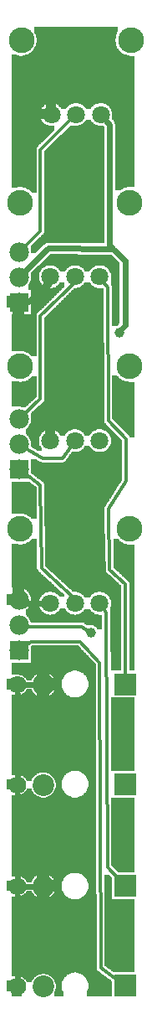
<source format=gtl>
G04 MADE WITH FRITZING*
G04 WWW.FRITZING.ORG*
G04 DOUBLE SIDED*
G04 HOLES PLATED*
G04 CONTOUR ON CENTER OF CONTOUR VECTOR*
%ASAXBY*%
%FSLAX23Y23*%
%MOIN*%
%OFA0B0*%
%SFA1.0B1.0*%
%ADD10C,0.075000*%
%ADD11C,0.086614*%
%ADD12C,0.086555*%
%ADD13C,0.070232*%
%ADD14C,0.070866*%
%ADD15C,0.102677*%
%ADD16C,0.078000*%
%ADD17C,0.039370*%
%ADD18R,0.086614X0.086614*%
%ADD19R,0.078000X0.078000*%
%ADD20C,0.024000*%
%ADD21C,0.012000*%
%ADD22R,0.001000X0.001000*%
%LNCOPPER1*%
G90*
G70*
G54D10*
X189Y3843D03*
X309Y3451D03*
X317Y2804D03*
X89Y2028D03*
X482Y1159D03*
X465Y360D03*
X114Y1155D03*
G54D11*
X492Y885D03*
G54D12*
X164Y883D03*
G54D13*
X62Y883D03*
G54D11*
X492Y84D03*
G54D12*
X164Y81D03*
G54D13*
X62Y81D03*
G54D11*
X492Y1283D03*
G54D12*
X164Y1281D03*
G54D13*
X62Y1281D03*
G54D11*
X492Y482D03*
G54D12*
X164Y479D03*
G54D13*
X62Y479D03*
G54D14*
X193Y1605D03*
X291Y1605D03*
X390Y1605D03*
G54D15*
X73Y1901D03*
X510Y1901D03*
G54D14*
X390Y1605D03*
X193Y1605D03*
G54D15*
X73Y1901D03*
X510Y1901D03*
G54D14*
X291Y1605D03*
X193Y2252D03*
X291Y2252D03*
X390Y2252D03*
G54D15*
X73Y2547D03*
X510Y2547D03*
G54D14*
X390Y2252D03*
X193Y2252D03*
G54D15*
X73Y2547D03*
X510Y2547D03*
G54D14*
X291Y2252D03*
X193Y2904D03*
X291Y2904D03*
X390Y2904D03*
G54D15*
X73Y3200D03*
X510Y3200D03*
G54D14*
X390Y2904D03*
X193Y2904D03*
G54D15*
X73Y3200D03*
X510Y3200D03*
G54D14*
X291Y2904D03*
X197Y3550D03*
X295Y3550D03*
X394Y3550D03*
G54D15*
X77Y3845D03*
X514Y3845D03*
G54D14*
X394Y3550D03*
X197Y3550D03*
G54D15*
X77Y3845D03*
X514Y3845D03*
G54D14*
X295Y3550D03*
G54D16*
X67Y1418D03*
X67Y1518D03*
X67Y1618D03*
X67Y1418D03*
X67Y1518D03*
X67Y1618D03*
X67Y2803D03*
X67Y2903D03*
X67Y3003D03*
X67Y2803D03*
X67Y2903D03*
X67Y3003D03*
X67Y2138D03*
X67Y2238D03*
X67Y2338D03*
X67Y2138D03*
X67Y2238D03*
X67Y2338D03*
G54D17*
X468Y2681D03*
X354Y1488D03*
G54D18*
X492Y885D03*
X492Y84D03*
X492Y1283D03*
X492Y482D03*
G54D19*
X67Y1418D03*
X67Y1418D03*
X67Y2803D03*
X67Y2803D03*
X67Y2138D03*
X67Y2138D03*
G54D20*
X98Y1281D02*
X122Y1281D01*
D02*
X98Y479D02*
X122Y479D01*
G54D21*
D02*
X492Y1681D02*
X492Y1320D01*
D02*
X422Y2862D02*
X425Y2331D01*
D02*
X406Y1584D02*
X416Y1570D01*
D02*
X416Y1570D02*
X421Y555D01*
D02*
X421Y555D02*
X466Y508D01*
D02*
X430Y1739D02*
X492Y1681D01*
D02*
X425Y1981D02*
X430Y1739D01*
D02*
X496Y2093D02*
X425Y1981D01*
D02*
X496Y2259D02*
X496Y2093D01*
D02*
X425Y2331D02*
X496Y2259D01*
D02*
X406Y2883D02*
X422Y2862D01*
D02*
X319Y1513D02*
X103Y1513D01*
D02*
X103Y1513D02*
X91Y1514D01*
D02*
X343Y1496D02*
X319Y1513D01*
D02*
X114Y1453D02*
X87Y1433D01*
D02*
X312Y1453D02*
X114Y1453D01*
D02*
X390Y1370D02*
X312Y1453D01*
D02*
X394Y155D02*
X390Y1370D01*
D02*
X462Y105D02*
X394Y155D01*
D02*
X292Y1621D02*
X292Y1632D01*
D02*
X157Y1745D02*
X292Y1621D01*
D02*
X153Y2075D02*
X157Y1745D01*
D02*
X87Y2124D02*
X153Y2075D01*
D02*
X88Y2225D02*
X161Y2181D01*
D02*
X241Y2181D02*
X275Y2230D01*
D02*
X161Y2181D02*
X241Y2181D01*
D02*
X153Y3086D02*
X84Y3020D01*
D02*
X153Y3410D02*
X153Y3086D01*
D02*
X276Y3531D02*
X153Y3410D01*
D02*
X153Y2418D02*
X153Y2748D01*
D02*
X153Y2748D02*
X295Y2886D01*
D02*
X295Y2886D02*
X296Y2878D01*
D02*
X85Y2355D02*
X153Y2418D01*
G54D20*
D02*
X492Y2969D02*
X443Y3015D01*
D02*
X492Y2713D02*
X492Y2969D01*
D02*
X479Y2697D02*
X492Y2713D01*
D02*
X62Y919D02*
X62Y1245D01*
D02*
X62Y846D02*
X62Y516D01*
D02*
X62Y443D02*
X62Y117D01*
D02*
X85Y1604D02*
X160Y1605D01*
D02*
X90Y1600D02*
X85Y1604D01*
D02*
X188Y2886D02*
X185Y2872D01*
D02*
X105Y2804D02*
X188Y2886D01*
D02*
X97Y2804D02*
X105Y2804D01*
D02*
X430Y3033D02*
X443Y3015D01*
D02*
X430Y3508D02*
X430Y3033D01*
D02*
X443Y3015D02*
X185Y3017D01*
D02*
X185Y3017D02*
X88Y2924D01*
D02*
X415Y3525D02*
X430Y3508D01*
G36*
X128Y3897D02*
X128Y3877D01*
X130Y3877D01*
X130Y3873D01*
X132Y3873D01*
X132Y3869D01*
X134Y3869D01*
X134Y3863D01*
X136Y3863D01*
X136Y3855D01*
X138Y3855D01*
X138Y3835D01*
X136Y3835D01*
X136Y3827D01*
X134Y3827D01*
X134Y3821D01*
X132Y3821D01*
X132Y3817D01*
X130Y3817D01*
X130Y3813D01*
X128Y3813D01*
X128Y3811D01*
X126Y3811D01*
X126Y3807D01*
X124Y3807D01*
X124Y3805D01*
X122Y3805D01*
X122Y3803D01*
X120Y3803D01*
X120Y3801D01*
X118Y3801D01*
X118Y3799D01*
X116Y3799D01*
X116Y3797D01*
X114Y3797D01*
X114Y3795D01*
X110Y3795D01*
X110Y3793D01*
X108Y3793D01*
X108Y3791D01*
X104Y3791D01*
X104Y3789D01*
X100Y3789D01*
X100Y3787D01*
X92Y3787D01*
X92Y3785D01*
X82Y3785D01*
X82Y3783D01*
X508Y3783D01*
X508Y3785D01*
X498Y3785D01*
X498Y3787D01*
X492Y3787D01*
X492Y3789D01*
X486Y3789D01*
X486Y3791D01*
X482Y3791D01*
X482Y3793D01*
X480Y3793D01*
X480Y3795D01*
X476Y3795D01*
X476Y3797D01*
X474Y3797D01*
X474Y3799D01*
X472Y3799D01*
X472Y3801D01*
X470Y3801D01*
X470Y3803D01*
X468Y3803D01*
X468Y3805D01*
X466Y3805D01*
X466Y3807D01*
X464Y3807D01*
X464Y3811D01*
X462Y3811D01*
X462Y3813D01*
X460Y3813D01*
X460Y3817D01*
X458Y3817D01*
X458Y3821D01*
X456Y3821D01*
X456Y3827D01*
X454Y3827D01*
X454Y3837D01*
X452Y3837D01*
X452Y3853D01*
X454Y3853D01*
X454Y3863D01*
X456Y3863D01*
X456Y3869D01*
X458Y3869D01*
X458Y3873D01*
X460Y3873D01*
X460Y3877D01*
X462Y3877D01*
X462Y3897D01*
X128Y3897D01*
G37*
D02*
G36*
X40Y3787D02*
X40Y3783D01*
X70Y3783D01*
X70Y3785D01*
X60Y3785D01*
X60Y3787D01*
X40Y3787D01*
G37*
D02*
G36*
X40Y3783D02*
X40Y3781D01*
X530Y3781D01*
X530Y3783D01*
X40Y3783D01*
G37*
D02*
G36*
X40Y3783D02*
X40Y3781D01*
X530Y3781D01*
X530Y3783D01*
X40Y3783D01*
G37*
D02*
G36*
X40Y3781D02*
X40Y3595D01*
X404Y3595D01*
X404Y3593D01*
X410Y3593D01*
X410Y3591D01*
X414Y3591D01*
X414Y3589D01*
X418Y3589D01*
X418Y3587D01*
X420Y3587D01*
X420Y3585D01*
X424Y3585D01*
X424Y3583D01*
X426Y3583D01*
X426Y3581D01*
X428Y3581D01*
X428Y3577D01*
X430Y3577D01*
X430Y3575D01*
X432Y3575D01*
X432Y3571D01*
X434Y3571D01*
X434Y3569D01*
X436Y3569D01*
X436Y3561D01*
X438Y3561D01*
X438Y3531D01*
X440Y3531D01*
X440Y3529D01*
X442Y3529D01*
X442Y3527D01*
X444Y3527D01*
X444Y3523D01*
X446Y3523D01*
X446Y3521D01*
X448Y3521D01*
X448Y3519D01*
X450Y3519D01*
X450Y3513D01*
X452Y3513D01*
X452Y3247D01*
X472Y3247D01*
X472Y3249D01*
X474Y3249D01*
X474Y3251D01*
X478Y3251D01*
X478Y3253D01*
X482Y3253D01*
X482Y3255D01*
X486Y3255D01*
X486Y3257D01*
X492Y3257D01*
X492Y3259D01*
X500Y3259D01*
X500Y3261D01*
X530Y3261D01*
X530Y3781D01*
X40Y3781D01*
G37*
D02*
G36*
X40Y3595D02*
X40Y3261D01*
X82Y3261D01*
X82Y3259D01*
X92Y3259D01*
X92Y3257D01*
X96Y3257D01*
X96Y3255D01*
X100Y3255D01*
X100Y3253D01*
X104Y3253D01*
X104Y3251D01*
X108Y3251D01*
X108Y3249D01*
X110Y3249D01*
X110Y3247D01*
X112Y3247D01*
X112Y3245D01*
X114Y3245D01*
X114Y3243D01*
X116Y3243D01*
X116Y3241D01*
X118Y3241D01*
X118Y3239D01*
X138Y3239D01*
X138Y3417D01*
X140Y3417D01*
X140Y3419D01*
X142Y3419D01*
X142Y3423D01*
X144Y3423D01*
X144Y3425D01*
X146Y3425D01*
X146Y3427D01*
X148Y3427D01*
X148Y3429D01*
X150Y3429D01*
X150Y3431D01*
X152Y3431D01*
X152Y3433D01*
X154Y3433D01*
X154Y3435D01*
X156Y3435D01*
X156Y3437D01*
X160Y3437D01*
X160Y3439D01*
X162Y3439D01*
X162Y3441D01*
X164Y3441D01*
X164Y3443D01*
X166Y3443D01*
X166Y3445D01*
X168Y3445D01*
X168Y3447D01*
X170Y3447D01*
X170Y3449D01*
X172Y3449D01*
X172Y3451D01*
X174Y3451D01*
X174Y3453D01*
X176Y3453D01*
X176Y3455D01*
X178Y3455D01*
X178Y3457D01*
X180Y3457D01*
X180Y3459D01*
X182Y3459D01*
X182Y3461D01*
X184Y3461D01*
X184Y3463D01*
X186Y3463D01*
X186Y3465D01*
X188Y3465D01*
X188Y3467D01*
X190Y3467D01*
X190Y3469D01*
X192Y3469D01*
X192Y3471D01*
X194Y3471D01*
X194Y3473D01*
X196Y3473D01*
X196Y3475D01*
X198Y3475D01*
X198Y3477D01*
X200Y3477D01*
X200Y3479D01*
X202Y3479D01*
X202Y3481D01*
X204Y3481D01*
X204Y3483D01*
X206Y3483D01*
X206Y3485D01*
X208Y3485D01*
X208Y3487D01*
X210Y3487D01*
X210Y3505D01*
X186Y3505D01*
X186Y3507D01*
X178Y3507D01*
X178Y3509D01*
X176Y3509D01*
X176Y3511D01*
X172Y3511D01*
X172Y3513D01*
X168Y3513D01*
X168Y3515D01*
X166Y3515D01*
X166Y3517D01*
X164Y3517D01*
X164Y3519D01*
X162Y3519D01*
X162Y3521D01*
X160Y3521D01*
X160Y3525D01*
X158Y3525D01*
X158Y3529D01*
X156Y3529D01*
X156Y3531D01*
X154Y3531D01*
X154Y3537D01*
X152Y3537D01*
X152Y3561D01*
X154Y3561D01*
X154Y3567D01*
X156Y3567D01*
X156Y3571D01*
X158Y3571D01*
X158Y3575D01*
X160Y3575D01*
X160Y3577D01*
X162Y3577D01*
X162Y3579D01*
X164Y3579D01*
X164Y3583D01*
X168Y3583D01*
X168Y3585D01*
X170Y3585D01*
X170Y3587D01*
X172Y3587D01*
X172Y3589D01*
X176Y3589D01*
X176Y3591D01*
X180Y3591D01*
X180Y3593D01*
X186Y3593D01*
X186Y3595D01*
X40Y3595D01*
G37*
D02*
G36*
X206Y3595D02*
X206Y3593D01*
X214Y3593D01*
X214Y3591D01*
X218Y3591D01*
X218Y3589D01*
X220Y3589D01*
X220Y3587D01*
X224Y3587D01*
X224Y3585D01*
X226Y3585D01*
X226Y3583D01*
X228Y3583D01*
X228Y3581D01*
X230Y3581D01*
X230Y3579D01*
X232Y3579D01*
X232Y3577D01*
X234Y3577D01*
X234Y3573D01*
X236Y3573D01*
X236Y3571D01*
X256Y3571D01*
X256Y3575D01*
X258Y3575D01*
X258Y3577D01*
X260Y3577D01*
X260Y3579D01*
X262Y3579D01*
X262Y3581D01*
X264Y3581D01*
X264Y3583D01*
X266Y3583D01*
X266Y3585D01*
X268Y3585D01*
X268Y3587D01*
X270Y3587D01*
X270Y3589D01*
X274Y3589D01*
X274Y3591D01*
X278Y3591D01*
X278Y3593D01*
X286Y3593D01*
X286Y3595D01*
X206Y3595D01*
G37*
D02*
G36*
X304Y3595D02*
X304Y3593D01*
X312Y3593D01*
X312Y3591D01*
X316Y3591D01*
X316Y3589D01*
X320Y3589D01*
X320Y3587D01*
X322Y3587D01*
X322Y3585D01*
X324Y3585D01*
X324Y3583D01*
X326Y3583D01*
X326Y3581D01*
X328Y3581D01*
X328Y3579D01*
X330Y3579D01*
X330Y3577D01*
X332Y3577D01*
X332Y3575D01*
X334Y3575D01*
X334Y3571D01*
X354Y3571D01*
X354Y3573D01*
X356Y3573D01*
X356Y3577D01*
X358Y3577D01*
X358Y3579D01*
X360Y3579D01*
X360Y3581D01*
X362Y3581D01*
X362Y3583D01*
X364Y3583D01*
X364Y3585D01*
X366Y3585D01*
X366Y3587D01*
X370Y3587D01*
X370Y3589D01*
X372Y3589D01*
X372Y3591D01*
X378Y3591D01*
X378Y3593D01*
X384Y3593D01*
X384Y3595D01*
X304Y3595D01*
G37*
D02*
G36*
X40Y3261D02*
X40Y3259D01*
X62Y3259D01*
X62Y3261D01*
X40Y3261D01*
G37*
D02*
G36*
X334Y3529D02*
X334Y3525D01*
X332Y3525D01*
X332Y3523D01*
X330Y3523D01*
X330Y3519D01*
X328Y3519D01*
X328Y3517D01*
X326Y3517D01*
X326Y3515D01*
X322Y3515D01*
X322Y3513D01*
X320Y3513D01*
X320Y3511D01*
X316Y3511D01*
X316Y3509D01*
X312Y3509D01*
X312Y3507D01*
X306Y3507D01*
X306Y3505D01*
X272Y3505D01*
X272Y3503D01*
X270Y3503D01*
X270Y3501D01*
X268Y3501D01*
X268Y3499D01*
X266Y3499D01*
X266Y3497D01*
X264Y3497D01*
X264Y3495D01*
X262Y3495D01*
X262Y3493D01*
X260Y3493D01*
X260Y3491D01*
X258Y3491D01*
X258Y3489D01*
X256Y3489D01*
X256Y3487D01*
X254Y3487D01*
X254Y3485D01*
X252Y3485D01*
X252Y3483D01*
X250Y3483D01*
X250Y3481D01*
X248Y3481D01*
X248Y3479D01*
X246Y3479D01*
X246Y3477D01*
X244Y3477D01*
X244Y3475D01*
X242Y3475D01*
X242Y3473D01*
X240Y3473D01*
X240Y3471D01*
X238Y3471D01*
X238Y3469D01*
X234Y3469D01*
X234Y3467D01*
X232Y3467D01*
X232Y3465D01*
X230Y3465D01*
X230Y3463D01*
X228Y3463D01*
X228Y3461D01*
X226Y3461D01*
X226Y3459D01*
X224Y3459D01*
X224Y3457D01*
X222Y3457D01*
X222Y3455D01*
X220Y3455D01*
X220Y3453D01*
X218Y3453D01*
X218Y3451D01*
X216Y3451D01*
X216Y3449D01*
X214Y3449D01*
X214Y3447D01*
X212Y3447D01*
X212Y3445D01*
X210Y3445D01*
X210Y3443D01*
X208Y3443D01*
X208Y3441D01*
X206Y3441D01*
X206Y3439D01*
X204Y3439D01*
X204Y3437D01*
X202Y3437D01*
X202Y3435D01*
X200Y3435D01*
X200Y3433D01*
X198Y3433D01*
X198Y3431D01*
X196Y3431D01*
X196Y3429D01*
X194Y3429D01*
X194Y3427D01*
X192Y3427D01*
X192Y3425D01*
X190Y3425D01*
X190Y3423D01*
X188Y3423D01*
X188Y3421D01*
X186Y3421D01*
X186Y3419D01*
X184Y3419D01*
X184Y3417D01*
X182Y3417D01*
X182Y3415D01*
X180Y3415D01*
X180Y3413D01*
X178Y3413D01*
X178Y3411D01*
X176Y3411D01*
X176Y3409D01*
X174Y3409D01*
X174Y3407D01*
X172Y3407D01*
X172Y3405D01*
X170Y3405D01*
X170Y3083D01*
X168Y3083D01*
X168Y3077D01*
X166Y3077D01*
X166Y3075D01*
X164Y3075D01*
X164Y3073D01*
X162Y3073D01*
X162Y3071D01*
X160Y3071D01*
X160Y3069D01*
X158Y3069D01*
X158Y3067D01*
X156Y3067D01*
X156Y3065D01*
X154Y3065D01*
X154Y3063D01*
X152Y3063D01*
X152Y3061D01*
X150Y3061D01*
X150Y3059D01*
X148Y3059D01*
X148Y3057D01*
X144Y3057D01*
X144Y3055D01*
X142Y3055D01*
X142Y3053D01*
X140Y3053D01*
X140Y3051D01*
X138Y3051D01*
X138Y3049D01*
X136Y3049D01*
X136Y3047D01*
X134Y3047D01*
X134Y3045D01*
X132Y3045D01*
X132Y3043D01*
X130Y3043D01*
X130Y3041D01*
X128Y3041D01*
X128Y3039D01*
X302Y3039D01*
X302Y3037D01*
X408Y3037D01*
X408Y3501D01*
X406Y3501D01*
X406Y3503D01*
X404Y3503D01*
X404Y3505D01*
X382Y3505D01*
X382Y3507D01*
X376Y3507D01*
X376Y3509D01*
X372Y3509D01*
X372Y3511D01*
X368Y3511D01*
X368Y3513D01*
X366Y3513D01*
X366Y3515D01*
X364Y3515D01*
X364Y3517D01*
X362Y3517D01*
X362Y3519D01*
X360Y3519D01*
X360Y3521D01*
X358Y3521D01*
X358Y3523D01*
X356Y3523D01*
X356Y3525D01*
X354Y3525D01*
X354Y3529D01*
X334Y3529D01*
G37*
D02*
G36*
X126Y3039D02*
X126Y3037D01*
X124Y3037D01*
X124Y3035D01*
X122Y3035D01*
X122Y3033D01*
X120Y3033D01*
X120Y3031D01*
X118Y3031D01*
X118Y3029D01*
X116Y3029D01*
X116Y2999D01*
X136Y2999D01*
X136Y3001D01*
X138Y3001D01*
X138Y3003D01*
X140Y3003D01*
X140Y3005D01*
X142Y3005D01*
X142Y3007D01*
X144Y3007D01*
X144Y3009D01*
X146Y3009D01*
X146Y3011D01*
X148Y3011D01*
X148Y3013D01*
X150Y3013D01*
X150Y3015D01*
X152Y3015D01*
X152Y3017D01*
X154Y3017D01*
X154Y3019D01*
X156Y3019D01*
X156Y3021D01*
X158Y3021D01*
X158Y3023D01*
X160Y3023D01*
X160Y3025D01*
X162Y3025D01*
X162Y3027D01*
X164Y3027D01*
X164Y3029D01*
X166Y3029D01*
X166Y3031D01*
X170Y3031D01*
X170Y3033D01*
X172Y3033D01*
X172Y3035D01*
X174Y3035D01*
X174Y3037D01*
X178Y3037D01*
X178Y3039D01*
X126Y3039D01*
G37*
D02*
G36*
X192Y2995D02*
X192Y2993D01*
X190Y2993D01*
X190Y2991D01*
X188Y2991D01*
X188Y2989D01*
X186Y2989D01*
X186Y2987D01*
X184Y2987D01*
X184Y2985D01*
X182Y2985D01*
X182Y2983D01*
X180Y2983D01*
X180Y2981D01*
X178Y2981D01*
X178Y2979D01*
X176Y2979D01*
X176Y2977D01*
X174Y2977D01*
X174Y2975D01*
X172Y2975D01*
X172Y2973D01*
X170Y2973D01*
X170Y2971D01*
X168Y2971D01*
X168Y2969D01*
X166Y2969D01*
X166Y2967D01*
X164Y2967D01*
X164Y2965D01*
X162Y2965D01*
X162Y2963D01*
X160Y2963D01*
X160Y2961D01*
X158Y2961D01*
X158Y2959D01*
X156Y2959D01*
X156Y2957D01*
X154Y2957D01*
X154Y2955D01*
X152Y2955D01*
X152Y2953D01*
X150Y2953D01*
X150Y2951D01*
X148Y2951D01*
X148Y2949D01*
X402Y2949D01*
X402Y2947D01*
X408Y2947D01*
X408Y2945D01*
X412Y2945D01*
X412Y2943D01*
X414Y2943D01*
X414Y2941D01*
X418Y2941D01*
X418Y2939D01*
X420Y2939D01*
X420Y2937D01*
X422Y2937D01*
X422Y2935D01*
X424Y2935D01*
X424Y2933D01*
X426Y2933D01*
X426Y2929D01*
X428Y2929D01*
X428Y2927D01*
X430Y2927D01*
X430Y2923D01*
X432Y2923D01*
X432Y2917D01*
X434Y2917D01*
X434Y2871D01*
X436Y2871D01*
X436Y2867D01*
X438Y2867D01*
X438Y2709D01*
X462Y2709D01*
X462Y2711D01*
X464Y2711D01*
X464Y2715D01*
X466Y2715D01*
X466Y2717D01*
X468Y2717D01*
X468Y2719D01*
X470Y2719D01*
X470Y2959D01*
X468Y2959D01*
X468Y2961D01*
X466Y2961D01*
X466Y2963D01*
X464Y2963D01*
X464Y2965D01*
X462Y2965D01*
X462Y2967D01*
X460Y2967D01*
X460Y2969D01*
X458Y2969D01*
X458Y2971D01*
X456Y2971D01*
X456Y2973D01*
X454Y2973D01*
X454Y2975D01*
X452Y2975D01*
X452Y2977D01*
X450Y2977D01*
X450Y2979D01*
X448Y2979D01*
X448Y2981D01*
X446Y2981D01*
X446Y2983D01*
X444Y2983D01*
X444Y2985D01*
X442Y2985D01*
X442Y2987D01*
X440Y2987D01*
X440Y2989D01*
X438Y2989D01*
X438Y2991D01*
X436Y2991D01*
X436Y2993D01*
X302Y2993D01*
X302Y2995D01*
X192Y2995D01*
G37*
D02*
G36*
X146Y2949D02*
X146Y2947D01*
X142Y2947D01*
X142Y2945D01*
X140Y2945D01*
X140Y2943D01*
X138Y2943D01*
X138Y2941D01*
X136Y2941D01*
X136Y2939D01*
X134Y2939D01*
X134Y2937D01*
X132Y2937D01*
X132Y2935D01*
X130Y2935D01*
X130Y2933D01*
X128Y2933D01*
X128Y2931D01*
X126Y2931D01*
X126Y2929D01*
X124Y2929D01*
X124Y2927D01*
X122Y2927D01*
X122Y2925D01*
X120Y2925D01*
X120Y2923D01*
X118Y2923D01*
X118Y2921D01*
X116Y2921D01*
X116Y2895D01*
X114Y2895D01*
X114Y2889D01*
X112Y2889D01*
X112Y2883D01*
X110Y2883D01*
X110Y2879D01*
X108Y2879D01*
X108Y2875D01*
X106Y2875D01*
X106Y2873D01*
X104Y2873D01*
X104Y2859D01*
X184Y2859D01*
X184Y2861D01*
X176Y2861D01*
X176Y2863D01*
X172Y2863D01*
X172Y2865D01*
X168Y2865D01*
X168Y2867D01*
X166Y2867D01*
X166Y2869D01*
X164Y2869D01*
X164Y2871D01*
X160Y2871D01*
X160Y2875D01*
X158Y2875D01*
X158Y2877D01*
X156Y2877D01*
X156Y2879D01*
X154Y2879D01*
X154Y2883D01*
X152Y2883D01*
X152Y2887D01*
X150Y2887D01*
X150Y2893D01*
X148Y2893D01*
X148Y2915D01*
X150Y2915D01*
X150Y2923D01*
X152Y2923D01*
X152Y2925D01*
X154Y2925D01*
X154Y2929D01*
X156Y2929D01*
X156Y2931D01*
X158Y2931D01*
X158Y2935D01*
X160Y2935D01*
X160Y2937D01*
X162Y2937D01*
X162Y2939D01*
X164Y2939D01*
X164Y2941D01*
X168Y2941D01*
X168Y2943D01*
X172Y2943D01*
X172Y2945D01*
X174Y2945D01*
X174Y2947D01*
X182Y2947D01*
X182Y2949D01*
X146Y2949D01*
G37*
D02*
G36*
X204Y2949D02*
X204Y2947D01*
X210Y2947D01*
X210Y2945D01*
X214Y2945D01*
X214Y2943D01*
X218Y2943D01*
X218Y2941D01*
X220Y2941D01*
X220Y2939D01*
X222Y2939D01*
X222Y2937D01*
X226Y2937D01*
X226Y2933D01*
X228Y2933D01*
X228Y2931D01*
X230Y2931D01*
X230Y2929D01*
X232Y2929D01*
X232Y2925D01*
X252Y2925D01*
X252Y2929D01*
X254Y2929D01*
X254Y2931D01*
X256Y2931D01*
X256Y2933D01*
X258Y2933D01*
X258Y2937D01*
X260Y2937D01*
X260Y2939D01*
X264Y2939D01*
X264Y2941D01*
X266Y2941D01*
X266Y2943D01*
X270Y2943D01*
X270Y2945D01*
X274Y2945D01*
X274Y2947D01*
X280Y2947D01*
X280Y2949D01*
X204Y2949D01*
G37*
D02*
G36*
X302Y2949D02*
X302Y2947D01*
X310Y2947D01*
X310Y2945D01*
X312Y2945D01*
X312Y2943D01*
X316Y2943D01*
X316Y2941D01*
X318Y2941D01*
X318Y2939D01*
X322Y2939D01*
X322Y2937D01*
X324Y2937D01*
X324Y2935D01*
X326Y2935D01*
X326Y2931D01*
X328Y2931D01*
X328Y2929D01*
X330Y2929D01*
X330Y2925D01*
X350Y2925D01*
X350Y2927D01*
X352Y2927D01*
X352Y2931D01*
X354Y2931D01*
X354Y2933D01*
X356Y2933D01*
X356Y2935D01*
X358Y2935D01*
X358Y2937D01*
X360Y2937D01*
X360Y2939D01*
X362Y2939D01*
X362Y2941D01*
X364Y2941D01*
X364Y2943D01*
X368Y2943D01*
X368Y2945D01*
X372Y2945D01*
X372Y2947D01*
X378Y2947D01*
X378Y2949D01*
X302Y2949D01*
G37*
D02*
G36*
X230Y2881D02*
X230Y2877D01*
X228Y2877D01*
X228Y2875D01*
X226Y2875D01*
X226Y2873D01*
X224Y2873D01*
X224Y2871D01*
X222Y2871D01*
X222Y2869D01*
X220Y2869D01*
X220Y2867D01*
X216Y2867D01*
X216Y2865D01*
X214Y2865D01*
X214Y2863D01*
X208Y2863D01*
X208Y2861D01*
X202Y2861D01*
X202Y2859D01*
X244Y2859D01*
X244Y2861D01*
X248Y2861D01*
X248Y2863D01*
X250Y2863D01*
X250Y2881D01*
X230Y2881D01*
G37*
D02*
G36*
X104Y2859D02*
X104Y2857D01*
X242Y2857D01*
X242Y2859D01*
X104Y2859D01*
G37*
D02*
G36*
X104Y2859D02*
X104Y2857D01*
X242Y2857D01*
X242Y2859D01*
X104Y2859D01*
G37*
D02*
G36*
X104Y2857D02*
X104Y2853D01*
X116Y2853D01*
X116Y2755D01*
X40Y2755D01*
X40Y2609D01*
X78Y2609D01*
X78Y2607D01*
X90Y2607D01*
X90Y2605D01*
X96Y2605D01*
X96Y2603D01*
X100Y2603D01*
X100Y2601D01*
X104Y2601D01*
X104Y2599D01*
X106Y2599D01*
X106Y2597D01*
X110Y2597D01*
X110Y2595D01*
X112Y2595D01*
X112Y2593D01*
X114Y2593D01*
X114Y2591D01*
X116Y2591D01*
X116Y2589D01*
X118Y2589D01*
X118Y2587D01*
X138Y2587D01*
X138Y2755D01*
X140Y2755D01*
X140Y2759D01*
X142Y2759D01*
X142Y2761D01*
X144Y2761D01*
X144Y2763D01*
X146Y2763D01*
X146Y2765D01*
X148Y2765D01*
X148Y2767D01*
X150Y2767D01*
X150Y2769D01*
X152Y2769D01*
X152Y2771D01*
X154Y2771D01*
X154Y2773D01*
X158Y2773D01*
X158Y2775D01*
X160Y2775D01*
X160Y2777D01*
X162Y2777D01*
X162Y2779D01*
X164Y2779D01*
X164Y2781D01*
X166Y2781D01*
X166Y2783D01*
X168Y2783D01*
X168Y2785D01*
X170Y2785D01*
X170Y2787D01*
X172Y2787D01*
X172Y2789D01*
X174Y2789D01*
X174Y2791D01*
X176Y2791D01*
X176Y2793D01*
X178Y2793D01*
X178Y2795D01*
X180Y2795D01*
X180Y2797D01*
X182Y2797D01*
X182Y2799D01*
X184Y2799D01*
X184Y2801D01*
X186Y2801D01*
X186Y2803D01*
X188Y2803D01*
X188Y2805D01*
X190Y2805D01*
X190Y2807D01*
X192Y2807D01*
X192Y2809D01*
X194Y2809D01*
X194Y2811D01*
X196Y2811D01*
X196Y2813D01*
X198Y2813D01*
X198Y2815D01*
X200Y2815D01*
X200Y2817D01*
X202Y2817D01*
X202Y2819D01*
X204Y2819D01*
X204Y2821D01*
X206Y2821D01*
X206Y2823D01*
X208Y2823D01*
X208Y2825D01*
X210Y2825D01*
X210Y2827D01*
X212Y2827D01*
X212Y2829D01*
X214Y2829D01*
X214Y2831D01*
X216Y2831D01*
X216Y2833D01*
X218Y2833D01*
X218Y2835D01*
X220Y2835D01*
X220Y2837D01*
X222Y2837D01*
X222Y2839D01*
X224Y2839D01*
X224Y2841D01*
X226Y2841D01*
X226Y2843D01*
X228Y2843D01*
X228Y2845D01*
X230Y2845D01*
X230Y2847D01*
X232Y2847D01*
X232Y2849D01*
X234Y2849D01*
X234Y2851D01*
X236Y2851D01*
X236Y2853D01*
X238Y2853D01*
X238Y2855D01*
X240Y2855D01*
X240Y2857D01*
X104Y2857D01*
G37*
D02*
G36*
X40Y2609D02*
X40Y2607D01*
X66Y2607D01*
X66Y2609D01*
X40Y2609D01*
G37*
D02*
G36*
X440Y2513D02*
X440Y2337D01*
X442Y2337D01*
X442Y2335D01*
X444Y2335D01*
X444Y2333D01*
X446Y2333D01*
X446Y2331D01*
X448Y2331D01*
X448Y2329D01*
X450Y2329D01*
X450Y2327D01*
X452Y2327D01*
X452Y2325D01*
X454Y2325D01*
X454Y2323D01*
X456Y2323D01*
X456Y2321D01*
X458Y2321D01*
X458Y2319D01*
X460Y2319D01*
X460Y2317D01*
X462Y2317D01*
X462Y2315D01*
X464Y2315D01*
X464Y2313D01*
X466Y2313D01*
X466Y2311D01*
X468Y2311D01*
X468Y2309D01*
X470Y2309D01*
X470Y2307D01*
X472Y2307D01*
X472Y2305D01*
X474Y2305D01*
X474Y2303D01*
X476Y2303D01*
X476Y2301D01*
X478Y2301D01*
X478Y2299D01*
X480Y2299D01*
X480Y2297D01*
X482Y2297D01*
X482Y2295D01*
X484Y2295D01*
X484Y2293D01*
X486Y2293D01*
X486Y2291D01*
X488Y2291D01*
X488Y2289D01*
X490Y2289D01*
X490Y2287D01*
X492Y2287D01*
X492Y2285D01*
X494Y2285D01*
X494Y2283D01*
X496Y2283D01*
X496Y2281D01*
X498Y2281D01*
X498Y2279D01*
X500Y2279D01*
X500Y2277D01*
X502Y2277D01*
X502Y2275D01*
X504Y2275D01*
X504Y2273D01*
X506Y2273D01*
X506Y2271D01*
X508Y2271D01*
X508Y2269D01*
X510Y2269D01*
X510Y2265D01*
X530Y2265D01*
X530Y2485D01*
X504Y2485D01*
X504Y2487D01*
X494Y2487D01*
X494Y2489D01*
X488Y2489D01*
X488Y2491D01*
X482Y2491D01*
X482Y2493D01*
X480Y2493D01*
X480Y2495D01*
X476Y2495D01*
X476Y2497D01*
X474Y2497D01*
X474Y2499D01*
X470Y2499D01*
X470Y2501D01*
X468Y2501D01*
X468Y2503D01*
X466Y2503D01*
X466Y2505D01*
X464Y2505D01*
X464Y2507D01*
X462Y2507D01*
X462Y2509D01*
X460Y2509D01*
X460Y2513D01*
X440Y2513D01*
G37*
D02*
G36*
X118Y2507D02*
X118Y2505D01*
X116Y2505D01*
X116Y2503D01*
X114Y2503D01*
X114Y2501D01*
X112Y2501D01*
X112Y2499D01*
X110Y2499D01*
X110Y2497D01*
X106Y2497D01*
X106Y2495D01*
X104Y2495D01*
X104Y2493D01*
X100Y2493D01*
X100Y2491D01*
X96Y2491D01*
X96Y2489D01*
X88Y2489D01*
X88Y2487D01*
X78Y2487D01*
X78Y2485D01*
X138Y2485D01*
X138Y2507D01*
X118Y2507D01*
G37*
D02*
G36*
X40Y2487D02*
X40Y2485D01*
X68Y2485D01*
X68Y2487D01*
X40Y2487D01*
G37*
D02*
G36*
X40Y2485D02*
X40Y2483D01*
X138Y2483D01*
X138Y2485D01*
X40Y2485D01*
G37*
D02*
G36*
X40Y2485D02*
X40Y2483D01*
X138Y2483D01*
X138Y2485D01*
X40Y2485D01*
G37*
D02*
G36*
X40Y2483D02*
X40Y2387D01*
X76Y2387D01*
X76Y2385D01*
X96Y2385D01*
X96Y2387D01*
X98Y2387D01*
X98Y2389D01*
X100Y2389D01*
X100Y2391D01*
X102Y2391D01*
X102Y2393D01*
X104Y2393D01*
X104Y2395D01*
X106Y2395D01*
X106Y2397D01*
X108Y2397D01*
X108Y2399D01*
X110Y2399D01*
X110Y2401D01*
X112Y2401D01*
X112Y2403D01*
X114Y2403D01*
X114Y2405D01*
X116Y2405D01*
X116Y2407D01*
X120Y2407D01*
X120Y2409D01*
X122Y2409D01*
X122Y2411D01*
X124Y2411D01*
X124Y2413D01*
X126Y2413D01*
X126Y2415D01*
X128Y2415D01*
X128Y2417D01*
X130Y2417D01*
X130Y2419D01*
X132Y2419D01*
X132Y2421D01*
X134Y2421D01*
X134Y2423D01*
X136Y2423D01*
X136Y2425D01*
X138Y2425D01*
X138Y2483D01*
X40Y2483D01*
G37*
D02*
G36*
X330Y2883D02*
X330Y2879D01*
X328Y2879D01*
X328Y2877D01*
X326Y2877D01*
X326Y2875D01*
X324Y2875D01*
X324Y2871D01*
X320Y2871D01*
X320Y2869D01*
X318Y2869D01*
X318Y2867D01*
X316Y2867D01*
X316Y2865D01*
X312Y2865D01*
X312Y2863D01*
X308Y2863D01*
X308Y2861D01*
X300Y2861D01*
X300Y2859D01*
X288Y2859D01*
X288Y2857D01*
X286Y2857D01*
X286Y2855D01*
X284Y2855D01*
X284Y2853D01*
X282Y2853D01*
X282Y2851D01*
X280Y2851D01*
X280Y2849D01*
X278Y2849D01*
X278Y2847D01*
X276Y2847D01*
X276Y2845D01*
X274Y2845D01*
X274Y2843D01*
X272Y2843D01*
X272Y2841D01*
X270Y2841D01*
X270Y2839D01*
X268Y2839D01*
X268Y2837D01*
X266Y2837D01*
X266Y2835D01*
X264Y2835D01*
X264Y2833D01*
X262Y2833D01*
X262Y2831D01*
X260Y2831D01*
X260Y2829D01*
X258Y2829D01*
X258Y2827D01*
X256Y2827D01*
X256Y2825D01*
X254Y2825D01*
X254Y2823D01*
X252Y2823D01*
X252Y2821D01*
X250Y2821D01*
X250Y2819D01*
X248Y2819D01*
X248Y2817D01*
X246Y2817D01*
X246Y2815D01*
X244Y2815D01*
X244Y2813D01*
X242Y2813D01*
X242Y2811D01*
X240Y2811D01*
X240Y2809D01*
X238Y2809D01*
X238Y2807D01*
X236Y2807D01*
X236Y2805D01*
X234Y2805D01*
X234Y2803D01*
X232Y2803D01*
X232Y2801D01*
X230Y2801D01*
X230Y2799D01*
X228Y2799D01*
X228Y2797D01*
X226Y2797D01*
X226Y2795D01*
X224Y2795D01*
X224Y2793D01*
X222Y2793D01*
X222Y2791D01*
X220Y2791D01*
X220Y2789D01*
X218Y2789D01*
X218Y2787D01*
X216Y2787D01*
X216Y2785D01*
X214Y2785D01*
X214Y2783D01*
X212Y2783D01*
X212Y2781D01*
X208Y2781D01*
X208Y2779D01*
X206Y2779D01*
X206Y2777D01*
X204Y2777D01*
X204Y2775D01*
X202Y2775D01*
X202Y2773D01*
X200Y2773D01*
X200Y2771D01*
X198Y2771D01*
X198Y2769D01*
X196Y2769D01*
X196Y2767D01*
X194Y2767D01*
X194Y2765D01*
X192Y2765D01*
X192Y2763D01*
X190Y2763D01*
X190Y2761D01*
X188Y2761D01*
X188Y2759D01*
X186Y2759D01*
X186Y2757D01*
X184Y2757D01*
X184Y2755D01*
X182Y2755D01*
X182Y2753D01*
X180Y2753D01*
X180Y2751D01*
X178Y2751D01*
X178Y2749D01*
X176Y2749D01*
X176Y2747D01*
X174Y2747D01*
X174Y2745D01*
X172Y2745D01*
X172Y2743D01*
X170Y2743D01*
X170Y2415D01*
X168Y2415D01*
X168Y2409D01*
X166Y2409D01*
X166Y2407D01*
X164Y2407D01*
X164Y2405D01*
X162Y2405D01*
X162Y2403D01*
X160Y2403D01*
X160Y2401D01*
X158Y2401D01*
X158Y2399D01*
X156Y2399D01*
X156Y2397D01*
X154Y2397D01*
X154Y2395D01*
X152Y2395D01*
X152Y2393D01*
X148Y2393D01*
X148Y2391D01*
X146Y2391D01*
X146Y2389D01*
X144Y2389D01*
X144Y2387D01*
X142Y2387D01*
X142Y2385D01*
X140Y2385D01*
X140Y2383D01*
X138Y2383D01*
X138Y2381D01*
X136Y2381D01*
X136Y2379D01*
X134Y2379D01*
X134Y2377D01*
X132Y2377D01*
X132Y2375D01*
X130Y2375D01*
X130Y2373D01*
X128Y2373D01*
X128Y2371D01*
X126Y2371D01*
X126Y2369D01*
X122Y2369D01*
X122Y2367D01*
X120Y2367D01*
X120Y2365D01*
X118Y2365D01*
X118Y2363D01*
X116Y2363D01*
X116Y2331D01*
X114Y2331D01*
X114Y2323D01*
X112Y2323D01*
X112Y2317D01*
X110Y2317D01*
X110Y2313D01*
X108Y2313D01*
X108Y2311D01*
X106Y2311D01*
X106Y2307D01*
X104Y2307D01*
X104Y2305D01*
X102Y2305D01*
X102Y2303D01*
X100Y2303D01*
X100Y2301D01*
X98Y2301D01*
X98Y2299D01*
X94Y2299D01*
X94Y2297D01*
X400Y2297D01*
X400Y2295D01*
X406Y2295D01*
X406Y2293D01*
X410Y2293D01*
X410Y2291D01*
X414Y2291D01*
X414Y2289D01*
X416Y2289D01*
X416Y2287D01*
X420Y2287D01*
X420Y2285D01*
X422Y2285D01*
X422Y2283D01*
X424Y2283D01*
X424Y2279D01*
X426Y2279D01*
X426Y2277D01*
X428Y2277D01*
X428Y2273D01*
X430Y2273D01*
X430Y2271D01*
X432Y2271D01*
X432Y2265D01*
X434Y2265D01*
X434Y2239D01*
X432Y2239D01*
X432Y2233D01*
X430Y2233D01*
X430Y2229D01*
X428Y2229D01*
X428Y2227D01*
X426Y2227D01*
X426Y2223D01*
X424Y2223D01*
X424Y2221D01*
X422Y2221D01*
X422Y2219D01*
X420Y2219D01*
X420Y2217D01*
X418Y2217D01*
X418Y2215D01*
X414Y2215D01*
X414Y2213D01*
X412Y2213D01*
X412Y2211D01*
X408Y2211D01*
X408Y2209D01*
X400Y2209D01*
X400Y2207D01*
X480Y2207D01*
X480Y2253D01*
X478Y2253D01*
X478Y2255D01*
X476Y2255D01*
X476Y2257D01*
X474Y2257D01*
X474Y2259D01*
X472Y2259D01*
X472Y2261D01*
X470Y2261D01*
X470Y2263D01*
X468Y2263D01*
X468Y2265D01*
X466Y2265D01*
X466Y2267D01*
X464Y2267D01*
X464Y2269D01*
X462Y2269D01*
X462Y2271D01*
X460Y2271D01*
X460Y2273D01*
X458Y2273D01*
X458Y2275D01*
X456Y2275D01*
X456Y2277D01*
X454Y2277D01*
X454Y2279D01*
X452Y2279D01*
X452Y2281D01*
X450Y2281D01*
X450Y2283D01*
X448Y2283D01*
X448Y2285D01*
X446Y2285D01*
X446Y2287D01*
X444Y2287D01*
X444Y2289D01*
X442Y2289D01*
X442Y2291D01*
X440Y2291D01*
X440Y2293D01*
X438Y2293D01*
X438Y2295D01*
X436Y2295D01*
X436Y2297D01*
X434Y2297D01*
X434Y2299D01*
X432Y2299D01*
X432Y2301D01*
X430Y2301D01*
X430Y2303D01*
X428Y2303D01*
X428Y2305D01*
X426Y2305D01*
X426Y2307D01*
X424Y2307D01*
X424Y2309D01*
X422Y2309D01*
X422Y2311D01*
X420Y2311D01*
X420Y2313D01*
X418Y2313D01*
X418Y2315D01*
X416Y2315D01*
X416Y2317D01*
X414Y2317D01*
X414Y2321D01*
X412Y2321D01*
X412Y2323D01*
X410Y2323D01*
X410Y2329D01*
X408Y2329D01*
X408Y2641D01*
X406Y2641D01*
X406Y2857D01*
X404Y2857D01*
X404Y2859D01*
X380Y2859D01*
X380Y2861D01*
X374Y2861D01*
X374Y2863D01*
X370Y2863D01*
X370Y2865D01*
X366Y2865D01*
X366Y2867D01*
X362Y2867D01*
X362Y2869D01*
X360Y2869D01*
X360Y2871D01*
X358Y2871D01*
X358Y2873D01*
X356Y2873D01*
X356Y2875D01*
X354Y2875D01*
X354Y2877D01*
X352Y2877D01*
X352Y2881D01*
X350Y2881D01*
X350Y2883D01*
X330Y2883D01*
G37*
D02*
G36*
X94Y2297D02*
X94Y2277D01*
X98Y2277D01*
X98Y2275D01*
X100Y2275D01*
X100Y2273D01*
X102Y2273D01*
X102Y2271D01*
X104Y2271D01*
X104Y2269D01*
X106Y2269D01*
X106Y2265D01*
X108Y2265D01*
X108Y2263D01*
X110Y2263D01*
X110Y2259D01*
X112Y2259D01*
X112Y2253D01*
X114Y2253D01*
X114Y2245D01*
X116Y2245D01*
X116Y2227D01*
X118Y2227D01*
X118Y2225D01*
X122Y2225D01*
X122Y2223D01*
X124Y2223D01*
X124Y2221D01*
X128Y2221D01*
X128Y2219D01*
X132Y2219D01*
X132Y2217D01*
X134Y2217D01*
X134Y2215D01*
X138Y2215D01*
X138Y2213D01*
X160Y2213D01*
X160Y2221D01*
X158Y2221D01*
X158Y2225D01*
X156Y2225D01*
X156Y2227D01*
X154Y2227D01*
X154Y2231D01*
X152Y2231D01*
X152Y2233D01*
X150Y2233D01*
X150Y2241D01*
X148Y2241D01*
X148Y2263D01*
X150Y2263D01*
X150Y2269D01*
X152Y2269D01*
X152Y2273D01*
X154Y2273D01*
X154Y2277D01*
X156Y2277D01*
X156Y2279D01*
X158Y2279D01*
X158Y2281D01*
X160Y2281D01*
X160Y2285D01*
X164Y2285D01*
X164Y2287D01*
X166Y2287D01*
X166Y2289D01*
X168Y2289D01*
X168Y2291D01*
X172Y2291D01*
X172Y2293D01*
X176Y2293D01*
X176Y2295D01*
X182Y2295D01*
X182Y2297D01*
X94Y2297D01*
G37*
D02*
G36*
X202Y2297D02*
X202Y2295D01*
X210Y2295D01*
X210Y2293D01*
X214Y2293D01*
X214Y2291D01*
X216Y2291D01*
X216Y2289D01*
X220Y2289D01*
X220Y2287D01*
X222Y2287D01*
X222Y2285D01*
X224Y2285D01*
X224Y2283D01*
X226Y2283D01*
X226Y2281D01*
X228Y2281D01*
X228Y2279D01*
X230Y2279D01*
X230Y2275D01*
X232Y2275D01*
X232Y2273D01*
X252Y2273D01*
X252Y2277D01*
X254Y2277D01*
X254Y2279D01*
X256Y2279D01*
X256Y2281D01*
X258Y2281D01*
X258Y2283D01*
X260Y2283D01*
X260Y2285D01*
X262Y2285D01*
X262Y2287D01*
X264Y2287D01*
X264Y2289D01*
X266Y2289D01*
X266Y2291D01*
X270Y2291D01*
X270Y2293D01*
X274Y2293D01*
X274Y2295D01*
X282Y2295D01*
X282Y2297D01*
X202Y2297D01*
G37*
D02*
G36*
X300Y2297D02*
X300Y2295D01*
X308Y2295D01*
X308Y2293D01*
X312Y2293D01*
X312Y2291D01*
X316Y2291D01*
X316Y2289D01*
X318Y2289D01*
X318Y2287D01*
X320Y2287D01*
X320Y2285D01*
X324Y2285D01*
X324Y2281D01*
X326Y2281D01*
X326Y2279D01*
X328Y2279D01*
X328Y2277D01*
X330Y2277D01*
X330Y2273D01*
X350Y2273D01*
X350Y2275D01*
X352Y2275D01*
X352Y2279D01*
X354Y2279D01*
X354Y2281D01*
X356Y2281D01*
X356Y2283D01*
X358Y2283D01*
X358Y2285D01*
X360Y2285D01*
X360Y2287D01*
X362Y2287D01*
X362Y2289D01*
X366Y2289D01*
X366Y2291D01*
X368Y2291D01*
X368Y2293D01*
X374Y2293D01*
X374Y2295D01*
X380Y2295D01*
X380Y2297D01*
X300Y2297D01*
G37*
D02*
G36*
X330Y2231D02*
X330Y2227D01*
X328Y2227D01*
X328Y2225D01*
X326Y2225D01*
X326Y2221D01*
X324Y2221D01*
X324Y2219D01*
X322Y2219D01*
X322Y2217D01*
X318Y2217D01*
X318Y2215D01*
X316Y2215D01*
X316Y2213D01*
X312Y2213D01*
X312Y2211D01*
X308Y2211D01*
X308Y2209D01*
X302Y2209D01*
X302Y2207D01*
X378Y2207D01*
X378Y2209D01*
X372Y2209D01*
X372Y2211D01*
X368Y2211D01*
X368Y2213D01*
X364Y2213D01*
X364Y2215D01*
X362Y2215D01*
X362Y2217D01*
X360Y2217D01*
X360Y2219D01*
X358Y2219D01*
X358Y2221D01*
X356Y2221D01*
X356Y2223D01*
X354Y2223D01*
X354Y2225D01*
X352Y2225D01*
X352Y2229D01*
X350Y2229D01*
X350Y2231D01*
X330Y2231D01*
G37*
D02*
G36*
X278Y2207D02*
X278Y2205D01*
X480Y2205D01*
X480Y2207D01*
X278Y2207D01*
G37*
D02*
G36*
X278Y2207D02*
X278Y2205D01*
X480Y2205D01*
X480Y2207D01*
X278Y2207D01*
G37*
D02*
G36*
X276Y2205D02*
X276Y2201D01*
X274Y2201D01*
X274Y2199D01*
X272Y2199D01*
X272Y2197D01*
X270Y2197D01*
X270Y2193D01*
X268Y2193D01*
X268Y2191D01*
X266Y2191D01*
X266Y2187D01*
X264Y2187D01*
X264Y2185D01*
X262Y2185D01*
X262Y2183D01*
X260Y2183D01*
X260Y2179D01*
X258Y2179D01*
X258Y2177D01*
X256Y2177D01*
X256Y2173D01*
X254Y2173D01*
X254Y2171D01*
X252Y2171D01*
X252Y2169D01*
X250Y2169D01*
X250Y2167D01*
X244Y2167D01*
X244Y2165D01*
X480Y2165D01*
X480Y2205D01*
X276Y2205D01*
G37*
D02*
G36*
X116Y2179D02*
X116Y2165D01*
X158Y2165D01*
X158Y2167D01*
X152Y2167D01*
X152Y2169D01*
X150Y2169D01*
X150Y2171D01*
X146Y2171D01*
X146Y2173D01*
X142Y2173D01*
X142Y2175D01*
X140Y2175D01*
X140Y2177D01*
X136Y2177D01*
X136Y2179D01*
X116Y2179D01*
G37*
D02*
G36*
X116Y2165D02*
X116Y2163D01*
X480Y2163D01*
X480Y2165D01*
X116Y2165D01*
G37*
D02*
G36*
X116Y2165D02*
X116Y2163D01*
X480Y2163D01*
X480Y2165D01*
X116Y2165D01*
G37*
D02*
G36*
X116Y2163D02*
X116Y2121D01*
X118Y2121D01*
X118Y2119D01*
X122Y2119D01*
X122Y2117D01*
X124Y2117D01*
X124Y2115D01*
X128Y2115D01*
X128Y2113D01*
X130Y2113D01*
X130Y2111D01*
X132Y2111D01*
X132Y2109D01*
X136Y2109D01*
X136Y2107D01*
X138Y2107D01*
X138Y2105D01*
X140Y2105D01*
X140Y2103D01*
X144Y2103D01*
X144Y2101D01*
X146Y2101D01*
X146Y2099D01*
X150Y2099D01*
X150Y2097D01*
X152Y2097D01*
X152Y2095D01*
X154Y2095D01*
X154Y2093D01*
X158Y2093D01*
X158Y2091D01*
X160Y2091D01*
X160Y2089D01*
X162Y2089D01*
X162Y2087D01*
X166Y2087D01*
X166Y2083D01*
X168Y2083D01*
X168Y2079D01*
X170Y2079D01*
X170Y1913D01*
X172Y1913D01*
X172Y1751D01*
X174Y1751D01*
X174Y1749D01*
X176Y1749D01*
X176Y1747D01*
X180Y1747D01*
X180Y1745D01*
X182Y1745D01*
X182Y1743D01*
X184Y1743D01*
X184Y1741D01*
X186Y1741D01*
X186Y1739D01*
X188Y1739D01*
X188Y1737D01*
X190Y1737D01*
X190Y1735D01*
X192Y1735D01*
X192Y1733D01*
X194Y1733D01*
X194Y1731D01*
X196Y1731D01*
X196Y1729D01*
X198Y1729D01*
X198Y1727D01*
X202Y1727D01*
X202Y1725D01*
X204Y1725D01*
X204Y1723D01*
X206Y1723D01*
X206Y1721D01*
X208Y1721D01*
X208Y1719D01*
X210Y1719D01*
X210Y1717D01*
X212Y1717D01*
X212Y1715D01*
X214Y1715D01*
X214Y1713D01*
X216Y1713D01*
X216Y1711D01*
X218Y1711D01*
X218Y1709D01*
X220Y1709D01*
X220Y1707D01*
X222Y1707D01*
X222Y1705D01*
X226Y1705D01*
X226Y1703D01*
X228Y1703D01*
X228Y1701D01*
X230Y1701D01*
X230Y1699D01*
X232Y1699D01*
X232Y1697D01*
X234Y1697D01*
X234Y1695D01*
X236Y1695D01*
X236Y1693D01*
X238Y1693D01*
X238Y1691D01*
X240Y1691D01*
X240Y1689D01*
X242Y1689D01*
X242Y1687D01*
X244Y1687D01*
X244Y1685D01*
X248Y1685D01*
X248Y1683D01*
X250Y1683D01*
X250Y1681D01*
X252Y1681D01*
X252Y1679D01*
X254Y1679D01*
X254Y1677D01*
X256Y1677D01*
X256Y1675D01*
X258Y1675D01*
X258Y1673D01*
X260Y1673D01*
X260Y1671D01*
X262Y1671D01*
X262Y1669D01*
X264Y1669D01*
X264Y1667D01*
X266Y1667D01*
X266Y1665D01*
X268Y1665D01*
X268Y1663D01*
X272Y1663D01*
X272Y1661D01*
X274Y1661D01*
X274Y1659D01*
X276Y1659D01*
X276Y1657D01*
X278Y1657D01*
X278Y1655D01*
X280Y1655D01*
X280Y1653D01*
X282Y1653D01*
X282Y1651D01*
X396Y1651D01*
X396Y1649D01*
X404Y1649D01*
X404Y1647D01*
X410Y1647D01*
X410Y1645D01*
X412Y1645D01*
X412Y1643D01*
X416Y1643D01*
X416Y1641D01*
X418Y1641D01*
X418Y1639D01*
X420Y1639D01*
X420Y1637D01*
X422Y1637D01*
X422Y1635D01*
X424Y1635D01*
X424Y1633D01*
X426Y1633D01*
X426Y1631D01*
X428Y1631D01*
X428Y1627D01*
X430Y1627D01*
X430Y1623D01*
X432Y1623D01*
X432Y1617D01*
X434Y1617D01*
X434Y1593D01*
X432Y1593D01*
X432Y1413D01*
X434Y1413D01*
X434Y1337D01*
X476Y1337D01*
X476Y1675D01*
X474Y1675D01*
X474Y1677D01*
X472Y1677D01*
X472Y1679D01*
X470Y1679D01*
X470Y1681D01*
X468Y1681D01*
X468Y1683D01*
X466Y1683D01*
X466Y1685D01*
X464Y1685D01*
X464Y1687D01*
X462Y1687D01*
X462Y1689D01*
X460Y1689D01*
X460Y1691D01*
X456Y1691D01*
X456Y1693D01*
X454Y1693D01*
X454Y1695D01*
X452Y1695D01*
X452Y1697D01*
X450Y1697D01*
X450Y1699D01*
X448Y1699D01*
X448Y1701D01*
X446Y1701D01*
X446Y1703D01*
X444Y1703D01*
X444Y1705D01*
X442Y1705D01*
X442Y1707D01*
X440Y1707D01*
X440Y1709D01*
X438Y1709D01*
X438Y1711D01*
X436Y1711D01*
X436Y1713D01*
X434Y1713D01*
X434Y1715D01*
X432Y1715D01*
X432Y1717D01*
X428Y1717D01*
X428Y1719D01*
X426Y1719D01*
X426Y1721D01*
X424Y1721D01*
X424Y1723D01*
X422Y1723D01*
X422Y1725D01*
X420Y1725D01*
X420Y1727D01*
X418Y1727D01*
X418Y1729D01*
X416Y1729D01*
X416Y1733D01*
X414Y1733D01*
X414Y1773D01*
X412Y1773D01*
X412Y1881D01*
X410Y1881D01*
X410Y1989D01*
X412Y1989D01*
X412Y1993D01*
X414Y1993D01*
X414Y1995D01*
X416Y1995D01*
X416Y1999D01*
X418Y1999D01*
X418Y2001D01*
X420Y2001D01*
X420Y2005D01*
X422Y2005D01*
X422Y2007D01*
X424Y2007D01*
X424Y2011D01*
X426Y2011D01*
X426Y2013D01*
X428Y2013D01*
X428Y2017D01*
X430Y2017D01*
X430Y2021D01*
X432Y2021D01*
X432Y2023D01*
X434Y2023D01*
X434Y2027D01*
X436Y2027D01*
X436Y2029D01*
X438Y2029D01*
X438Y2033D01*
X440Y2033D01*
X440Y2035D01*
X442Y2035D01*
X442Y2039D01*
X444Y2039D01*
X444Y2043D01*
X446Y2043D01*
X446Y2045D01*
X448Y2045D01*
X448Y2049D01*
X450Y2049D01*
X450Y2051D01*
X452Y2051D01*
X452Y2055D01*
X454Y2055D01*
X454Y2057D01*
X456Y2057D01*
X456Y2061D01*
X458Y2061D01*
X458Y2063D01*
X460Y2063D01*
X460Y2067D01*
X462Y2067D01*
X462Y2071D01*
X464Y2071D01*
X464Y2073D01*
X466Y2073D01*
X466Y2077D01*
X468Y2077D01*
X468Y2079D01*
X470Y2079D01*
X470Y2083D01*
X472Y2083D01*
X472Y2085D01*
X474Y2085D01*
X474Y2089D01*
X476Y2089D01*
X476Y2093D01*
X478Y2093D01*
X478Y2095D01*
X480Y2095D01*
X480Y2163D01*
X116Y2163D01*
G37*
D02*
G36*
X298Y1651D02*
X298Y1649D01*
X306Y1649D01*
X306Y1647D01*
X310Y1647D01*
X310Y1645D01*
X314Y1645D01*
X314Y1643D01*
X318Y1643D01*
X318Y1641D01*
X320Y1641D01*
X320Y1639D01*
X322Y1639D01*
X322Y1637D01*
X324Y1637D01*
X324Y1635D01*
X326Y1635D01*
X326Y1633D01*
X328Y1633D01*
X328Y1631D01*
X330Y1631D01*
X330Y1627D01*
X350Y1627D01*
X350Y1629D01*
X352Y1629D01*
X352Y1631D01*
X354Y1631D01*
X354Y1635D01*
X356Y1635D01*
X356Y1637D01*
X358Y1637D01*
X358Y1639D01*
X360Y1639D01*
X360Y1641D01*
X364Y1641D01*
X364Y1643D01*
X366Y1643D01*
X366Y1645D01*
X370Y1645D01*
X370Y1647D01*
X374Y1647D01*
X374Y1649D01*
X382Y1649D01*
X382Y1651D01*
X298Y1651D01*
G37*
D02*
G36*
X40Y2089D02*
X40Y1961D01*
X88Y1961D01*
X88Y1959D01*
X94Y1959D01*
X94Y1957D01*
X98Y1957D01*
X98Y1955D01*
X102Y1955D01*
X102Y1953D01*
X106Y1953D01*
X106Y1951D01*
X108Y1951D01*
X108Y1949D01*
X112Y1949D01*
X112Y1947D01*
X114Y1947D01*
X114Y1945D01*
X116Y1945D01*
X116Y1943D01*
X118Y1943D01*
X118Y1941D01*
X138Y1941D01*
X138Y2067D01*
X136Y2067D01*
X136Y2069D01*
X134Y2069D01*
X134Y2071D01*
X130Y2071D01*
X130Y2073D01*
X128Y2073D01*
X128Y2075D01*
X124Y2075D01*
X124Y2077D01*
X122Y2077D01*
X122Y2079D01*
X120Y2079D01*
X120Y2081D01*
X116Y2081D01*
X116Y2083D01*
X114Y2083D01*
X114Y2085D01*
X112Y2085D01*
X112Y2087D01*
X108Y2087D01*
X108Y2089D01*
X40Y2089D01*
G37*
D02*
G36*
X444Y1861D02*
X444Y1773D01*
X446Y1773D01*
X446Y1745D01*
X448Y1745D01*
X448Y1743D01*
X450Y1743D01*
X450Y1741D01*
X452Y1741D01*
X452Y1739D01*
X454Y1739D01*
X454Y1737D01*
X456Y1737D01*
X456Y1735D01*
X458Y1735D01*
X458Y1733D01*
X460Y1733D01*
X460Y1731D01*
X464Y1731D01*
X464Y1729D01*
X466Y1729D01*
X466Y1727D01*
X468Y1727D01*
X468Y1725D01*
X470Y1725D01*
X470Y1723D01*
X472Y1723D01*
X472Y1721D01*
X474Y1721D01*
X474Y1719D01*
X476Y1719D01*
X476Y1717D01*
X478Y1717D01*
X478Y1715D01*
X480Y1715D01*
X480Y1713D01*
X482Y1713D01*
X482Y1711D01*
X484Y1711D01*
X484Y1709D01*
X486Y1709D01*
X486Y1707D01*
X488Y1707D01*
X488Y1705D01*
X492Y1705D01*
X492Y1703D01*
X494Y1703D01*
X494Y1701D01*
X496Y1701D01*
X496Y1699D01*
X498Y1699D01*
X498Y1697D01*
X500Y1697D01*
X500Y1695D01*
X502Y1695D01*
X502Y1693D01*
X504Y1693D01*
X504Y1691D01*
X506Y1691D01*
X506Y1687D01*
X508Y1687D01*
X508Y1337D01*
X530Y1337D01*
X530Y1839D01*
X500Y1839D01*
X500Y1841D01*
X492Y1841D01*
X492Y1843D01*
X486Y1843D01*
X486Y1845D01*
X482Y1845D01*
X482Y1847D01*
X478Y1847D01*
X478Y1849D01*
X476Y1849D01*
X476Y1851D01*
X472Y1851D01*
X472Y1853D01*
X470Y1853D01*
X470Y1855D01*
X468Y1855D01*
X468Y1857D01*
X466Y1857D01*
X466Y1859D01*
X464Y1859D01*
X464Y1861D01*
X444Y1861D01*
G37*
D02*
G36*
X120Y1863D02*
X120Y1861D01*
X118Y1861D01*
X118Y1859D01*
X116Y1859D01*
X116Y1857D01*
X114Y1857D01*
X114Y1855D01*
X112Y1855D01*
X112Y1853D01*
X110Y1853D01*
X110Y1851D01*
X108Y1851D01*
X108Y1849D01*
X104Y1849D01*
X104Y1847D01*
X100Y1847D01*
X100Y1845D01*
X96Y1845D01*
X96Y1843D01*
X90Y1843D01*
X90Y1841D01*
X82Y1841D01*
X82Y1839D01*
X140Y1839D01*
X140Y1863D01*
X120Y1863D01*
G37*
D02*
G36*
X40Y1841D02*
X40Y1839D01*
X64Y1839D01*
X64Y1841D01*
X40Y1841D01*
G37*
D02*
G36*
X40Y1839D02*
X40Y1837D01*
X140Y1837D01*
X140Y1839D01*
X40Y1839D01*
G37*
D02*
G36*
X40Y1839D02*
X40Y1837D01*
X140Y1837D01*
X140Y1839D01*
X40Y1839D01*
G37*
D02*
G36*
X40Y1837D02*
X40Y1667D01*
X78Y1667D01*
X78Y1665D01*
X84Y1665D01*
X84Y1663D01*
X88Y1663D01*
X88Y1661D01*
X92Y1661D01*
X92Y1659D01*
X96Y1659D01*
X96Y1657D01*
X98Y1657D01*
X98Y1655D01*
X100Y1655D01*
X100Y1653D01*
X102Y1653D01*
X102Y1651D01*
X200Y1651D01*
X200Y1649D01*
X208Y1649D01*
X208Y1647D01*
X212Y1647D01*
X212Y1645D01*
X216Y1645D01*
X216Y1643D01*
X220Y1643D01*
X220Y1641D01*
X222Y1641D01*
X222Y1639D01*
X224Y1639D01*
X224Y1637D01*
X226Y1637D01*
X226Y1635D01*
X228Y1635D01*
X228Y1633D01*
X248Y1633D01*
X248Y1641D01*
X246Y1641D01*
X246Y1643D01*
X244Y1643D01*
X244Y1645D01*
X242Y1645D01*
X242Y1647D01*
X240Y1647D01*
X240Y1649D01*
X236Y1649D01*
X236Y1651D01*
X234Y1651D01*
X234Y1653D01*
X232Y1653D01*
X232Y1655D01*
X230Y1655D01*
X230Y1657D01*
X228Y1657D01*
X228Y1659D01*
X226Y1659D01*
X226Y1661D01*
X224Y1661D01*
X224Y1663D01*
X222Y1663D01*
X222Y1665D01*
X220Y1665D01*
X220Y1667D01*
X218Y1667D01*
X218Y1669D01*
X214Y1669D01*
X214Y1671D01*
X212Y1671D01*
X212Y1673D01*
X210Y1673D01*
X210Y1675D01*
X208Y1675D01*
X208Y1677D01*
X206Y1677D01*
X206Y1679D01*
X204Y1679D01*
X204Y1681D01*
X202Y1681D01*
X202Y1683D01*
X200Y1683D01*
X200Y1685D01*
X198Y1685D01*
X198Y1687D01*
X196Y1687D01*
X196Y1689D01*
X194Y1689D01*
X194Y1691D01*
X190Y1691D01*
X190Y1693D01*
X188Y1693D01*
X188Y1695D01*
X186Y1695D01*
X186Y1697D01*
X184Y1697D01*
X184Y1699D01*
X182Y1699D01*
X182Y1701D01*
X180Y1701D01*
X180Y1703D01*
X178Y1703D01*
X178Y1705D01*
X176Y1705D01*
X176Y1707D01*
X174Y1707D01*
X174Y1709D01*
X172Y1709D01*
X172Y1711D01*
X168Y1711D01*
X168Y1713D01*
X166Y1713D01*
X166Y1715D01*
X164Y1715D01*
X164Y1717D01*
X162Y1717D01*
X162Y1719D01*
X160Y1719D01*
X160Y1721D01*
X158Y1721D01*
X158Y1723D01*
X156Y1723D01*
X156Y1725D01*
X154Y1725D01*
X154Y1727D01*
X152Y1727D01*
X152Y1729D01*
X150Y1729D01*
X150Y1731D01*
X148Y1731D01*
X148Y1733D01*
X146Y1733D01*
X146Y1735D01*
X144Y1735D01*
X144Y1737D01*
X142Y1737D01*
X142Y1741D01*
X140Y1741D01*
X140Y1837D01*
X40Y1837D01*
G37*
D02*
G36*
X104Y1651D02*
X104Y1649D01*
X106Y1649D01*
X106Y1645D01*
X108Y1645D01*
X108Y1643D01*
X110Y1643D01*
X110Y1639D01*
X112Y1639D01*
X112Y1633D01*
X114Y1633D01*
X114Y1625D01*
X116Y1625D01*
X116Y1611D01*
X114Y1611D01*
X114Y1603D01*
X112Y1603D01*
X112Y1597D01*
X110Y1597D01*
X110Y1595D01*
X108Y1595D01*
X108Y1591D01*
X106Y1591D01*
X106Y1589D01*
X104Y1589D01*
X104Y1585D01*
X102Y1585D01*
X102Y1583D01*
X100Y1583D01*
X100Y1581D01*
X96Y1581D01*
X96Y1579D01*
X94Y1579D01*
X94Y1559D01*
X190Y1559D01*
X190Y1561D01*
X180Y1561D01*
X180Y1563D01*
X174Y1563D01*
X174Y1565D01*
X170Y1565D01*
X170Y1567D01*
X166Y1567D01*
X166Y1569D01*
X164Y1569D01*
X164Y1571D01*
X162Y1571D01*
X162Y1573D01*
X160Y1573D01*
X160Y1575D01*
X158Y1575D01*
X158Y1577D01*
X156Y1577D01*
X156Y1581D01*
X154Y1581D01*
X154Y1583D01*
X152Y1583D01*
X152Y1587D01*
X150Y1587D01*
X150Y1593D01*
X148Y1593D01*
X148Y1617D01*
X150Y1617D01*
X150Y1623D01*
X152Y1623D01*
X152Y1627D01*
X154Y1627D01*
X154Y1631D01*
X156Y1631D01*
X156Y1633D01*
X158Y1633D01*
X158Y1635D01*
X160Y1635D01*
X160Y1637D01*
X162Y1637D01*
X162Y1639D01*
X164Y1639D01*
X164Y1641D01*
X166Y1641D01*
X166Y1643D01*
X170Y1643D01*
X170Y1645D01*
X172Y1645D01*
X172Y1647D01*
X178Y1647D01*
X178Y1649D01*
X186Y1649D01*
X186Y1651D01*
X104Y1651D01*
G37*
D02*
G36*
X232Y1585D02*
X232Y1581D01*
X230Y1581D01*
X230Y1579D01*
X228Y1579D01*
X228Y1575D01*
X226Y1575D01*
X226Y1573D01*
X224Y1573D01*
X224Y1571D01*
X220Y1571D01*
X220Y1569D01*
X218Y1569D01*
X218Y1567D01*
X216Y1567D01*
X216Y1565D01*
X212Y1565D01*
X212Y1563D01*
X206Y1563D01*
X206Y1561D01*
X196Y1561D01*
X196Y1559D01*
X288Y1559D01*
X288Y1561D01*
X278Y1561D01*
X278Y1563D01*
X272Y1563D01*
X272Y1565D01*
X268Y1565D01*
X268Y1567D01*
X266Y1567D01*
X266Y1569D01*
X262Y1569D01*
X262Y1571D01*
X260Y1571D01*
X260Y1573D01*
X258Y1573D01*
X258Y1575D01*
X256Y1575D01*
X256Y1579D01*
X254Y1579D01*
X254Y1581D01*
X252Y1581D01*
X252Y1585D01*
X232Y1585D01*
G37*
D02*
G36*
X330Y1583D02*
X330Y1581D01*
X328Y1581D01*
X328Y1577D01*
X326Y1577D01*
X326Y1575D01*
X324Y1575D01*
X324Y1573D01*
X322Y1573D01*
X322Y1571D01*
X320Y1571D01*
X320Y1569D01*
X316Y1569D01*
X316Y1567D01*
X314Y1567D01*
X314Y1565D01*
X310Y1565D01*
X310Y1563D01*
X304Y1563D01*
X304Y1561D01*
X294Y1561D01*
X294Y1559D01*
X386Y1559D01*
X386Y1561D01*
X376Y1561D01*
X376Y1563D01*
X370Y1563D01*
X370Y1565D01*
X368Y1565D01*
X368Y1567D01*
X364Y1567D01*
X364Y1569D01*
X362Y1569D01*
X362Y1571D01*
X358Y1571D01*
X358Y1573D01*
X356Y1573D01*
X356Y1577D01*
X354Y1577D01*
X354Y1579D01*
X352Y1579D01*
X352Y1581D01*
X350Y1581D01*
X350Y1583D01*
X330Y1583D01*
G37*
D02*
G36*
X96Y1559D02*
X96Y1557D01*
X400Y1557D01*
X400Y1559D01*
X96Y1559D01*
G37*
D02*
G36*
X96Y1559D02*
X96Y1557D01*
X400Y1557D01*
X400Y1559D01*
X96Y1559D01*
G37*
D02*
G36*
X96Y1559D02*
X96Y1557D01*
X400Y1557D01*
X400Y1559D01*
X96Y1559D01*
G37*
D02*
G36*
X98Y1557D02*
X98Y1555D01*
X100Y1555D01*
X100Y1553D01*
X102Y1553D01*
X102Y1551D01*
X104Y1551D01*
X104Y1549D01*
X106Y1549D01*
X106Y1545D01*
X108Y1545D01*
X108Y1543D01*
X110Y1543D01*
X110Y1539D01*
X112Y1539D01*
X112Y1533D01*
X114Y1533D01*
X114Y1529D01*
X322Y1529D01*
X322Y1527D01*
X328Y1527D01*
X328Y1525D01*
X330Y1525D01*
X330Y1523D01*
X334Y1523D01*
X334Y1521D01*
X336Y1521D01*
X336Y1519D01*
X338Y1519D01*
X338Y1517D01*
X364Y1517D01*
X364Y1515D01*
X368Y1515D01*
X368Y1513D01*
X372Y1513D01*
X372Y1511D01*
X374Y1511D01*
X374Y1509D01*
X376Y1509D01*
X376Y1507D01*
X378Y1507D01*
X378Y1505D01*
X380Y1505D01*
X380Y1501D01*
X400Y1501D01*
X400Y1557D01*
X98Y1557D01*
G37*
D02*
G36*
X434Y1231D02*
X434Y957D01*
X436Y957D01*
X436Y939D01*
X530Y939D01*
X530Y1231D01*
X434Y1231D01*
G37*
D02*
G36*
X436Y831D02*
X436Y561D01*
X438Y561D01*
X438Y559D01*
X440Y559D01*
X440Y557D01*
X442Y557D01*
X442Y555D01*
X444Y555D01*
X444Y553D01*
X446Y553D01*
X446Y551D01*
X448Y551D01*
X448Y549D01*
X450Y549D01*
X450Y547D01*
X452Y547D01*
X452Y545D01*
X454Y545D01*
X454Y543D01*
X456Y543D01*
X456Y541D01*
X458Y541D01*
X458Y539D01*
X460Y539D01*
X460Y537D01*
X462Y537D01*
X462Y535D01*
X530Y535D01*
X530Y831D01*
X436Y831D01*
G37*
D02*
G36*
X408Y525D02*
X408Y447D01*
X410Y447D01*
X410Y163D01*
X412Y163D01*
X412Y161D01*
X414Y161D01*
X414Y159D01*
X416Y159D01*
X416Y157D01*
X420Y157D01*
X420Y155D01*
X422Y155D01*
X422Y153D01*
X426Y153D01*
X426Y151D01*
X428Y151D01*
X428Y149D01*
X430Y149D01*
X430Y147D01*
X434Y147D01*
X434Y145D01*
X436Y145D01*
X436Y143D01*
X438Y143D01*
X438Y141D01*
X442Y141D01*
X442Y139D01*
X444Y139D01*
X444Y137D01*
X530Y137D01*
X530Y429D01*
X438Y429D01*
X438Y515D01*
X436Y515D01*
X436Y517D01*
X434Y517D01*
X434Y519D01*
X432Y519D01*
X432Y521D01*
X430Y521D01*
X430Y523D01*
X428Y523D01*
X428Y525D01*
X408Y525D01*
G37*
D02*
G36*
X118Y1437D02*
X118Y1435D01*
X116Y1435D01*
X116Y1369D01*
X40Y1369D01*
X40Y1337D01*
X300Y1337D01*
X300Y1335D01*
X308Y1335D01*
X308Y1333D01*
X312Y1333D01*
X312Y1331D01*
X316Y1331D01*
X316Y1329D01*
X320Y1329D01*
X320Y1327D01*
X324Y1327D01*
X324Y1325D01*
X326Y1325D01*
X326Y1323D01*
X328Y1323D01*
X328Y1321D01*
X330Y1321D01*
X330Y1319D01*
X332Y1319D01*
X332Y1317D01*
X334Y1317D01*
X334Y1313D01*
X336Y1313D01*
X336Y1311D01*
X338Y1311D01*
X338Y1307D01*
X340Y1307D01*
X340Y1301D01*
X342Y1301D01*
X342Y1295D01*
X344Y1295D01*
X344Y1273D01*
X342Y1273D01*
X342Y1265D01*
X340Y1265D01*
X340Y1261D01*
X338Y1261D01*
X338Y1257D01*
X336Y1257D01*
X336Y1253D01*
X334Y1253D01*
X334Y1251D01*
X332Y1251D01*
X332Y1249D01*
X330Y1249D01*
X330Y1247D01*
X328Y1247D01*
X328Y1245D01*
X326Y1245D01*
X326Y1243D01*
X324Y1243D01*
X324Y1241D01*
X322Y1241D01*
X322Y1239D01*
X318Y1239D01*
X318Y1237D01*
X314Y1237D01*
X314Y1235D01*
X310Y1235D01*
X310Y1233D01*
X304Y1233D01*
X304Y1231D01*
X374Y1231D01*
X374Y1365D01*
X372Y1365D01*
X372Y1367D01*
X370Y1367D01*
X370Y1369D01*
X368Y1369D01*
X368Y1371D01*
X366Y1371D01*
X366Y1373D01*
X364Y1373D01*
X364Y1375D01*
X362Y1375D01*
X362Y1377D01*
X360Y1377D01*
X360Y1379D01*
X358Y1379D01*
X358Y1381D01*
X356Y1381D01*
X356Y1383D01*
X354Y1383D01*
X354Y1385D01*
X352Y1385D01*
X352Y1387D01*
X350Y1387D01*
X350Y1389D01*
X348Y1389D01*
X348Y1393D01*
X346Y1393D01*
X346Y1395D01*
X344Y1395D01*
X344Y1397D01*
X342Y1397D01*
X342Y1399D01*
X340Y1399D01*
X340Y1401D01*
X338Y1401D01*
X338Y1403D01*
X336Y1403D01*
X336Y1405D01*
X334Y1405D01*
X334Y1407D01*
X332Y1407D01*
X332Y1409D01*
X330Y1409D01*
X330Y1411D01*
X328Y1411D01*
X328Y1413D01*
X326Y1413D01*
X326Y1415D01*
X324Y1415D01*
X324Y1417D01*
X322Y1417D01*
X322Y1419D01*
X320Y1419D01*
X320Y1421D01*
X318Y1421D01*
X318Y1423D01*
X316Y1423D01*
X316Y1425D01*
X314Y1425D01*
X314Y1429D01*
X312Y1429D01*
X312Y1431D01*
X310Y1431D01*
X310Y1433D01*
X308Y1433D01*
X308Y1435D01*
X306Y1435D01*
X306Y1437D01*
X118Y1437D01*
G37*
D02*
G36*
X40Y1337D02*
X40Y1331D01*
X170Y1331D01*
X170Y1329D01*
X180Y1329D01*
X180Y1327D01*
X184Y1327D01*
X184Y1325D01*
X188Y1325D01*
X188Y1323D01*
X192Y1323D01*
X192Y1321D01*
X194Y1321D01*
X194Y1319D01*
X198Y1319D01*
X198Y1317D01*
X200Y1317D01*
X200Y1315D01*
X202Y1315D01*
X202Y1311D01*
X204Y1311D01*
X204Y1309D01*
X206Y1309D01*
X206Y1307D01*
X208Y1307D01*
X208Y1303D01*
X210Y1303D01*
X210Y1299D01*
X212Y1299D01*
X212Y1291D01*
X214Y1291D01*
X214Y1269D01*
X212Y1269D01*
X212Y1263D01*
X210Y1263D01*
X210Y1259D01*
X208Y1259D01*
X208Y1255D01*
X206Y1255D01*
X206Y1253D01*
X204Y1253D01*
X204Y1249D01*
X202Y1249D01*
X202Y1247D01*
X200Y1247D01*
X200Y1245D01*
X198Y1245D01*
X198Y1243D01*
X194Y1243D01*
X194Y1241D01*
X192Y1241D01*
X192Y1239D01*
X188Y1239D01*
X188Y1237D01*
X186Y1237D01*
X186Y1235D01*
X180Y1235D01*
X180Y1233D01*
X172Y1233D01*
X172Y1231D01*
X278Y1231D01*
X278Y1233D01*
X272Y1233D01*
X272Y1235D01*
X268Y1235D01*
X268Y1237D01*
X264Y1237D01*
X264Y1239D01*
X260Y1239D01*
X260Y1241D01*
X258Y1241D01*
X258Y1243D01*
X256Y1243D01*
X256Y1245D01*
X254Y1245D01*
X254Y1247D01*
X252Y1247D01*
X252Y1249D01*
X250Y1249D01*
X250Y1251D01*
X248Y1251D01*
X248Y1255D01*
X246Y1255D01*
X246Y1257D01*
X244Y1257D01*
X244Y1261D01*
X242Y1261D01*
X242Y1267D01*
X240Y1267D01*
X240Y1273D01*
X238Y1273D01*
X238Y1295D01*
X240Y1295D01*
X240Y1301D01*
X242Y1301D01*
X242Y1305D01*
X244Y1305D01*
X244Y1309D01*
X246Y1309D01*
X246Y1313D01*
X248Y1313D01*
X248Y1315D01*
X250Y1315D01*
X250Y1319D01*
X252Y1319D01*
X252Y1321D01*
X254Y1321D01*
X254Y1323D01*
X256Y1323D01*
X256Y1325D01*
X260Y1325D01*
X260Y1327D01*
X262Y1327D01*
X262Y1329D01*
X266Y1329D01*
X266Y1331D01*
X270Y1331D01*
X270Y1333D01*
X274Y1333D01*
X274Y1335D01*
X282Y1335D01*
X282Y1337D01*
X40Y1337D01*
G37*
D02*
G36*
X40Y1331D02*
X40Y1321D01*
X70Y1321D01*
X70Y1319D01*
X78Y1319D01*
X78Y1317D01*
X82Y1317D01*
X82Y1315D01*
X84Y1315D01*
X84Y1313D01*
X88Y1313D01*
X88Y1311D01*
X90Y1311D01*
X90Y1309D01*
X92Y1309D01*
X92Y1307D01*
X94Y1307D01*
X94Y1305D01*
X96Y1305D01*
X96Y1301D01*
X98Y1301D01*
X98Y1297D01*
X118Y1297D01*
X118Y1301D01*
X120Y1301D01*
X120Y1305D01*
X122Y1305D01*
X122Y1309D01*
X124Y1309D01*
X124Y1311D01*
X126Y1311D01*
X126Y1313D01*
X128Y1313D01*
X128Y1315D01*
X130Y1315D01*
X130Y1317D01*
X132Y1317D01*
X132Y1319D01*
X134Y1319D01*
X134Y1321D01*
X136Y1321D01*
X136Y1323D01*
X140Y1323D01*
X140Y1325D01*
X144Y1325D01*
X144Y1327D01*
X148Y1327D01*
X148Y1329D01*
X158Y1329D01*
X158Y1331D01*
X40Y1331D01*
G37*
D02*
G36*
X98Y1265D02*
X98Y1261D01*
X96Y1261D01*
X96Y1257D01*
X94Y1257D01*
X94Y1255D01*
X92Y1255D01*
X92Y1253D01*
X90Y1253D01*
X90Y1251D01*
X88Y1251D01*
X88Y1249D01*
X86Y1249D01*
X86Y1247D01*
X82Y1247D01*
X82Y1245D01*
X78Y1245D01*
X78Y1243D01*
X72Y1243D01*
X72Y1241D01*
X40Y1241D01*
X40Y1231D01*
X156Y1231D01*
X156Y1233D01*
X148Y1233D01*
X148Y1235D01*
X144Y1235D01*
X144Y1237D01*
X140Y1237D01*
X140Y1239D01*
X136Y1239D01*
X136Y1241D01*
X134Y1241D01*
X134Y1243D01*
X132Y1243D01*
X132Y1245D01*
X128Y1245D01*
X128Y1249D01*
X126Y1249D01*
X126Y1251D01*
X124Y1251D01*
X124Y1253D01*
X122Y1253D01*
X122Y1257D01*
X120Y1257D01*
X120Y1261D01*
X118Y1261D01*
X118Y1265D01*
X98Y1265D01*
G37*
D02*
G36*
X40Y1231D02*
X40Y1229D01*
X374Y1229D01*
X374Y1231D01*
X40Y1231D01*
G37*
D02*
G36*
X40Y1231D02*
X40Y1229D01*
X374Y1229D01*
X374Y1231D01*
X40Y1231D01*
G37*
D02*
G36*
X40Y1231D02*
X40Y1229D01*
X374Y1229D01*
X374Y1231D01*
X40Y1231D01*
G37*
D02*
G36*
X40Y1229D02*
X40Y939D01*
X302Y939D01*
X302Y937D01*
X308Y937D01*
X308Y935D01*
X314Y935D01*
X314Y933D01*
X318Y933D01*
X318Y931D01*
X320Y931D01*
X320Y929D01*
X324Y929D01*
X324Y927D01*
X326Y927D01*
X326Y925D01*
X328Y925D01*
X328Y923D01*
X330Y923D01*
X330Y921D01*
X332Y921D01*
X332Y919D01*
X334Y919D01*
X334Y917D01*
X336Y917D01*
X336Y913D01*
X338Y913D01*
X338Y909D01*
X340Y909D01*
X340Y905D01*
X342Y905D01*
X342Y897D01*
X344Y897D01*
X344Y875D01*
X342Y875D01*
X342Y867D01*
X340Y867D01*
X340Y863D01*
X338Y863D01*
X338Y859D01*
X336Y859D01*
X336Y855D01*
X334Y855D01*
X334Y853D01*
X332Y853D01*
X332Y851D01*
X330Y851D01*
X330Y849D01*
X328Y849D01*
X328Y847D01*
X326Y847D01*
X326Y845D01*
X324Y845D01*
X324Y843D01*
X320Y843D01*
X320Y841D01*
X318Y841D01*
X318Y839D01*
X314Y839D01*
X314Y837D01*
X308Y837D01*
X308Y835D01*
X302Y835D01*
X302Y833D01*
X376Y833D01*
X376Y993D01*
X374Y993D01*
X374Y1229D01*
X40Y1229D01*
G37*
D02*
G36*
X40Y939D02*
X40Y933D01*
X166Y933D01*
X166Y931D01*
X178Y931D01*
X178Y929D01*
X184Y929D01*
X184Y927D01*
X188Y927D01*
X188Y925D01*
X192Y925D01*
X192Y923D01*
X194Y923D01*
X194Y921D01*
X196Y921D01*
X196Y919D01*
X200Y919D01*
X200Y915D01*
X202Y915D01*
X202Y913D01*
X204Y913D01*
X204Y911D01*
X206Y911D01*
X206Y907D01*
X208Y907D01*
X208Y905D01*
X210Y905D01*
X210Y901D01*
X212Y901D01*
X212Y893D01*
X214Y893D01*
X214Y871D01*
X212Y871D01*
X212Y865D01*
X210Y865D01*
X210Y861D01*
X208Y861D01*
X208Y857D01*
X206Y857D01*
X206Y853D01*
X204Y853D01*
X204Y851D01*
X202Y851D01*
X202Y849D01*
X200Y849D01*
X200Y847D01*
X198Y847D01*
X198Y845D01*
X196Y845D01*
X196Y843D01*
X192Y843D01*
X192Y841D01*
X190Y841D01*
X190Y839D01*
X186Y839D01*
X186Y837D01*
X182Y837D01*
X182Y835D01*
X174Y835D01*
X174Y833D01*
X280Y833D01*
X280Y835D01*
X274Y835D01*
X274Y837D01*
X268Y837D01*
X268Y839D01*
X264Y839D01*
X264Y841D01*
X262Y841D01*
X262Y843D01*
X258Y843D01*
X258Y845D01*
X256Y845D01*
X256Y847D01*
X254Y847D01*
X254Y849D01*
X252Y849D01*
X252Y851D01*
X250Y851D01*
X250Y853D01*
X248Y853D01*
X248Y857D01*
X246Y857D01*
X246Y861D01*
X244Y861D01*
X244Y863D01*
X242Y863D01*
X242Y869D01*
X240Y869D01*
X240Y875D01*
X238Y875D01*
X238Y897D01*
X240Y897D01*
X240Y903D01*
X242Y903D01*
X242Y909D01*
X244Y909D01*
X244Y911D01*
X246Y911D01*
X246Y915D01*
X248Y915D01*
X248Y919D01*
X250Y919D01*
X250Y921D01*
X252Y921D01*
X252Y923D01*
X254Y923D01*
X254Y925D01*
X256Y925D01*
X256Y927D01*
X258Y927D01*
X258Y929D01*
X262Y929D01*
X262Y931D01*
X264Y931D01*
X264Y933D01*
X268Y933D01*
X268Y935D01*
X274Y935D01*
X274Y937D01*
X280Y937D01*
X280Y939D01*
X40Y939D01*
G37*
D02*
G36*
X40Y933D02*
X40Y923D01*
X68Y923D01*
X68Y921D01*
X76Y921D01*
X76Y919D01*
X80Y919D01*
X80Y917D01*
X84Y917D01*
X84Y915D01*
X86Y915D01*
X86Y913D01*
X90Y913D01*
X90Y911D01*
X92Y911D01*
X92Y909D01*
X94Y909D01*
X94Y905D01*
X96Y905D01*
X96Y903D01*
X98Y903D01*
X98Y899D01*
X118Y899D01*
X118Y903D01*
X120Y903D01*
X120Y907D01*
X122Y907D01*
X122Y911D01*
X124Y911D01*
X124Y913D01*
X126Y913D01*
X126Y915D01*
X128Y915D01*
X128Y917D01*
X130Y917D01*
X130Y919D01*
X132Y919D01*
X132Y921D01*
X134Y921D01*
X134Y923D01*
X138Y923D01*
X138Y925D01*
X140Y925D01*
X140Y927D01*
X144Y927D01*
X144Y929D01*
X150Y929D01*
X150Y931D01*
X164Y931D01*
X164Y933D01*
X40Y933D01*
G37*
D02*
G36*
X98Y867D02*
X98Y863D01*
X96Y863D01*
X96Y859D01*
X94Y859D01*
X94Y857D01*
X92Y857D01*
X92Y855D01*
X90Y855D01*
X90Y853D01*
X88Y853D01*
X88Y851D01*
X86Y851D01*
X86Y849D01*
X82Y849D01*
X82Y847D01*
X78Y847D01*
X78Y845D01*
X72Y845D01*
X72Y843D01*
X40Y843D01*
X40Y833D01*
X154Y833D01*
X154Y835D01*
X148Y835D01*
X148Y837D01*
X142Y837D01*
X142Y839D01*
X140Y839D01*
X140Y841D01*
X136Y841D01*
X136Y843D01*
X134Y843D01*
X134Y845D01*
X130Y845D01*
X130Y847D01*
X128Y847D01*
X128Y849D01*
X126Y849D01*
X126Y853D01*
X124Y853D01*
X124Y855D01*
X122Y855D01*
X122Y859D01*
X120Y859D01*
X120Y861D01*
X118Y861D01*
X118Y867D01*
X98Y867D01*
G37*
D02*
G36*
X40Y833D02*
X40Y831D01*
X376Y831D01*
X376Y833D01*
X40Y833D01*
G37*
D02*
G36*
X40Y833D02*
X40Y831D01*
X376Y831D01*
X376Y833D01*
X40Y833D01*
G37*
D02*
G36*
X40Y833D02*
X40Y831D01*
X376Y831D01*
X376Y833D01*
X40Y833D01*
G37*
D02*
G36*
X40Y831D02*
X40Y533D01*
X304Y533D01*
X304Y531D01*
X310Y531D01*
X310Y529D01*
X314Y529D01*
X314Y527D01*
X318Y527D01*
X318Y525D01*
X322Y525D01*
X322Y523D01*
X324Y523D01*
X324Y521D01*
X326Y521D01*
X326Y519D01*
X328Y519D01*
X328Y517D01*
X330Y517D01*
X330Y515D01*
X332Y515D01*
X332Y513D01*
X334Y513D01*
X334Y511D01*
X336Y511D01*
X336Y507D01*
X338Y507D01*
X338Y503D01*
X340Y503D01*
X340Y499D01*
X342Y499D01*
X342Y493D01*
X344Y493D01*
X344Y469D01*
X342Y469D01*
X342Y463D01*
X340Y463D01*
X340Y457D01*
X338Y457D01*
X338Y455D01*
X336Y455D01*
X336Y451D01*
X334Y451D01*
X334Y447D01*
X332Y447D01*
X332Y445D01*
X330Y445D01*
X330Y443D01*
X328Y443D01*
X328Y441D01*
X326Y441D01*
X326Y439D01*
X322Y439D01*
X322Y437D01*
X320Y437D01*
X320Y435D01*
X316Y435D01*
X316Y433D01*
X312Y433D01*
X312Y431D01*
X308Y431D01*
X308Y429D01*
X300Y429D01*
X300Y427D01*
X378Y427D01*
X378Y449D01*
X376Y449D01*
X376Y831D01*
X40Y831D01*
G37*
D02*
G36*
X40Y533D02*
X40Y529D01*
X174Y529D01*
X174Y527D01*
X180Y527D01*
X180Y525D01*
X186Y525D01*
X186Y523D01*
X190Y523D01*
X190Y521D01*
X192Y521D01*
X192Y519D01*
X196Y519D01*
X196Y517D01*
X198Y517D01*
X198Y515D01*
X200Y515D01*
X200Y513D01*
X202Y513D01*
X202Y511D01*
X204Y511D01*
X204Y507D01*
X206Y507D01*
X206Y505D01*
X208Y505D01*
X208Y501D01*
X210Y501D01*
X210Y497D01*
X212Y497D01*
X212Y491D01*
X214Y491D01*
X214Y469D01*
X212Y469D01*
X212Y461D01*
X210Y461D01*
X210Y457D01*
X208Y457D01*
X208Y453D01*
X206Y453D01*
X206Y451D01*
X204Y451D01*
X204Y449D01*
X202Y449D01*
X202Y445D01*
X200Y445D01*
X200Y443D01*
X196Y443D01*
X196Y441D01*
X194Y441D01*
X194Y439D01*
X192Y439D01*
X192Y437D01*
X188Y437D01*
X188Y435D01*
X184Y435D01*
X184Y433D01*
X178Y433D01*
X178Y431D01*
X168Y431D01*
X168Y429D01*
X274Y429D01*
X274Y431D01*
X270Y431D01*
X270Y433D01*
X266Y433D01*
X266Y435D01*
X262Y435D01*
X262Y437D01*
X260Y437D01*
X260Y439D01*
X256Y439D01*
X256Y441D01*
X254Y441D01*
X254Y443D01*
X252Y443D01*
X252Y445D01*
X250Y445D01*
X250Y449D01*
X248Y449D01*
X248Y451D01*
X246Y451D01*
X246Y455D01*
X244Y455D01*
X244Y459D01*
X242Y459D01*
X242Y463D01*
X240Y463D01*
X240Y471D01*
X238Y471D01*
X238Y491D01*
X240Y491D01*
X240Y497D01*
X242Y497D01*
X242Y503D01*
X244Y503D01*
X244Y507D01*
X246Y507D01*
X246Y511D01*
X248Y511D01*
X248Y513D01*
X250Y513D01*
X250Y515D01*
X252Y515D01*
X252Y517D01*
X254Y517D01*
X254Y519D01*
X256Y519D01*
X256Y521D01*
X258Y521D01*
X258Y523D01*
X260Y523D01*
X260Y525D01*
X264Y525D01*
X264Y527D01*
X268Y527D01*
X268Y529D01*
X272Y529D01*
X272Y531D01*
X278Y531D01*
X278Y533D01*
X40Y533D01*
G37*
D02*
G36*
X40Y529D02*
X40Y519D01*
X72Y519D01*
X72Y517D01*
X78Y517D01*
X78Y515D01*
X82Y515D01*
X82Y513D01*
X86Y513D01*
X86Y511D01*
X88Y511D01*
X88Y509D01*
X90Y509D01*
X90Y507D01*
X92Y507D01*
X92Y505D01*
X94Y505D01*
X94Y503D01*
X96Y503D01*
X96Y499D01*
X98Y499D01*
X98Y495D01*
X118Y495D01*
X118Y501D01*
X120Y501D01*
X120Y503D01*
X122Y503D01*
X122Y507D01*
X124Y507D01*
X124Y509D01*
X126Y509D01*
X126Y513D01*
X128Y513D01*
X128Y515D01*
X130Y515D01*
X130Y517D01*
X134Y517D01*
X134Y519D01*
X136Y519D01*
X136Y521D01*
X140Y521D01*
X140Y523D01*
X144Y523D01*
X144Y525D01*
X148Y525D01*
X148Y527D01*
X156Y527D01*
X156Y529D01*
X40Y529D01*
G37*
D02*
G36*
X98Y463D02*
X98Y459D01*
X96Y459D01*
X96Y457D01*
X94Y457D01*
X94Y453D01*
X92Y453D01*
X92Y451D01*
X90Y451D01*
X90Y449D01*
X88Y449D01*
X88Y447D01*
X84Y447D01*
X84Y445D01*
X80Y445D01*
X80Y443D01*
X76Y443D01*
X76Y441D01*
X70Y441D01*
X70Y439D01*
X40Y439D01*
X40Y429D01*
X160Y429D01*
X160Y431D01*
X150Y431D01*
X150Y433D01*
X144Y433D01*
X144Y435D01*
X140Y435D01*
X140Y437D01*
X136Y437D01*
X136Y439D01*
X134Y439D01*
X134Y441D01*
X132Y441D01*
X132Y443D01*
X130Y443D01*
X130Y445D01*
X128Y445D01*
X128Y447D01*
X126Y447D01*
X126Y449D01*
X124Y449D01*
X124Y451D01*
X122Y451D01*
X122Y455D01*
X120Y455D01*
X120Y459D01*
X118Y459D01*
X118Y463D01*
X98Y463D01*
G37*
D02*
G36*
X40Y429D02*
X40Y427D01*
X282Y427D01*
X282Y429D01*
X40Y429D01*
G37*
D02*
G36*
X40Y429D02*
X40Y427D01*
X282Y427D01*
X282Y429D01*
X40Y429D01*
G37*
D02*
G36*
X40Y427D02*
X40Y425D01*
X378Y425D01*
X378Y427D01*
X40Y427D01*
G37*
D02*
G36*
X40Y427D02*
X40Y425D01*
X378Y425D01*
X378Y427D01*
X40Y427D01*
G37*
D02*
G36*
X40Y425D02*
X40Y137D01*
X294Y137D01*
X294Y135D01*
X306Y135D01*
X306Y133D01*
X312Y133D01*
X312Y131D01*
X316Y131D01*
X316Y129D01*
X318Y129D01*
X318Y127D01*
X322Y127D01*
X322Y125D01*
X324Y125D01*
X324Y123D01*
X328Y123D01*
X328Y121D01*
X330Y121D01*
X330Y117D01*
X332Y117D01*
X332Y115D01*
X334Y115D01*
X334Y113D01*
X336Y113D01*
X336Y109D01*
X338Y109D01*
X338Y105D01*
X340Y105D01*
X340Y101D01*
X342Y101D01*
X342Y95D01*
X344Y95D01*
X344Y71D01*
X342Y71D01*
X342Y65D01*
X340Y65D01*
X340Y61D01*
X338Y61D01*
X338Y41D01*
X438Y41D01*
X438Y103D01*
X436Y103D01*
X436Y105D01*
X434Y105D01*
X434Y107D01*
X432Y107D01*
X432Y109D01*
X428Y109D01*
X428Y111D01*
X426Y111D01*
X426Y113D01*
X422Y113D01*
X422Y115D01*
X420Y115D01*
X420Y117D01*
X418Y117D01*
X418Y119D01*
X414Y119D01*
X414Y121D01*
X412Y121D01*
X412Y123D01*
X410Y123D01*
X410Y125D01*
X406Y125D01*
X406Y127D01*
X404Y127D01*
X404Y129D01*
X400Y129D01*
X400Y131D01*
X398Y131D01*
X398Y133D01*
X396Y133D01*
X396Y135D01*
X392Y135D01*
X392Y137D01*
X390Y137D01*
X390Y139D01*
X388Y139D01*
X388Y141D01*
X384Y141D01*
X384Y143D01*
X382Y143D01*
X382Y145D01*
X380Y145D01*
X380Y149D01*
X378Y149D01*
X378Y425D01*
X40Y425D01*
G37*
D02*
G36*
X40Y137D02*
X40Y131D01*
X172Y131D01*
X172Y129D01*
X180Y129D01*
X180Y127D01*
X184Y127D01*
X184Y125D01*
X188Y125D01*
X188Y123D01*
X192Y123D01*
X192Y121D01*
X194Y121D01*
X194Y119D01*
X198Y119D01*
X198Y117D01*
X200Y117D01*
X200Y115D01*
X202Y115D01*
X202Y111D01*
X204Y111D01*
X204Y109D01*
X206Y109D01*
X206Y107D01*
X208Y107D01*
X208Y103D01*
X210Y103D01*
X210Y99D01*
X212Y99D01*
X212Y91D01*
X214Y91D01*
X214Y71D01*
X212Y71D01*
X212Y63D01*
X210Y63D01*
X210Y41D01*
X244Y41D01*
X244Y61D01*
X242Y61D01*
X242Y65D01*
X240Y65D01*
X240Y73D01*
X238Y73D01*
X238Y93D01*
X240Y93D01*
X240Y101D01*
X242Y101D01*
X242Y105D01*
X244Y105D01*
X244Y109D01*
X246Y109D01*
X246Y113D01*
X248Y113D01*
X248Y115D01*
X250Y115D01*
X250Y117D01*
X252Y117D01*
X252Y119D01*
X254Y119D01*
X254Y121D01*
X256Y121D01*
X256Y123D01*
X258Y123D01*
X258Y125D01*
X260Y125D01*
X260Y127D01*
X264Y127D01*
X264Y129D01*
X268Y129D01*
X268Y131D01*
X272Y131D01*
X272Y133D01*
X276Y133D01*
X276Y135D01*
X288Y135D01*
X288Y137D01*
X40Y137D01*
G37*
D02*
G36*
X40Y131D02*
X40Y121D01*
X72Y121D01*
X72Y119D01*
X78Y119D01*
X78Y117D01*
X82Y117D01*
X82Y115D01*
X84Y115D01*
X84Y113D01*
X88Y113D01*
X88Y111D01*
X90Y111D01*
X90Y109D01*
X92Y109D01*
X92Y107D01*
X94Y107D01*
X94Y105D01*
X96Y105D01*
X96Y101D01*
X98Y101D01*
X98Y97D01*
X118Y97D01*
X118Y101D01*
X120Y101D01*
X120Y105D01*
X122Y105D01*
X122Y109D01*
X124Y109D01*
X124Y111D01*
X126Y111D01*
X126Y113D01*
X128Y113D01*
X128Y117D01*
X132Y117D01*
X132Y119D01*
X134Y119D01*
X134Y121D01*
X136Y121D01*
X136Y123D01*
X140Y123D01*
X140Y125D01*
X144Y125D01*
X144Y127D01*
X148Y127D01*
X148Y129D01*
X158Y129D01*
X158Y131D01*
X40Y131D01*
G37*
D02*
G36*
X43Y2787D02*
X88Y2787D01*
X88Y2755D01*
X43Y2755D01*
X43Y2787D01*
G37*
D02*
G36*
X20Y2828D02*
X46Y2828D01*
X46Y2783D01*
X20Y2783D01*
X20Y2828D01*
G37*
D02*
G36*
X175Y3599D02*
X216Y3599D01*
X216Y3573D01*
X175Y3573D01*
X175Y3599D01*
G37*
D02*
G36*
X148Y3572D02*
X174Y3572D01*
X174Y3531D01*
X148Y3531D01*
X148Y3572D01*
G37*
D02*
G36*
X171Y2301D02*
X212Y2301D01*
X212Y2275D01*
X171Y2275D01*
X171Y2301D01*
G37*
D02*
G36*
X18Y502D02*
X34Y502D01*
X34Y461D01*
X18Y461D01*
X18Y502D01*
G37*
D02*
G36*
X139Y533D02*
X188Y533D01*
X188Y513D01*
X139Y513D01*
X139Y533D01*
G37*
D02*
G36*
X139Y451D02*
X188Y451D01*
X188Y429D01*
X139Y429D01*
X139Y451D01*
G37*
D02*
G36*
X194Y506D02*
X214Y506D01*
X214Y457D01*
X194Y457D01*
X194Y506D01*
G37*
D02*
G36*
X18Y906D02*
X34Y906D01*
X34Y865D01*
X18Y865D01*
X18Y906D01*
G37*
D02*
G36*
X39Y59D02*
X80Y59D01*
X80Y41D01*
X39Y41D01*
X39Y59D01*
G37*
D02*
G36*
X18Y104D02*
X34Y104D01*
X34Y63D01*
X18Y63D01*
X18Y104D01*
G37*
D02*
G36*
X43Y1671D02*
X88Y1671D01*
X88Y1639D01*
X43Y1639D01*
X43Y1671D01*
G37*
D02*
G36*
X20Y1642D02*
X46Y1642D01*
X46Y1597D01*
X20Y1597D01*
X20Y1642D01*
G37*
D02*
G36*
X18Y1304D02*
X34Y1304D01*
X34Y1263D01*
X18Y1263D01*
X18Y1304D01*
G37*
D02*
G36*
X139Y1335D02*
X188Y1335D01*
X188Y1315D01*
X139Y1315D01*
X139Y1335D01*
G37*
D02*
G36*
X139Y1253D02*
X188Y1253D01*
X188Y1231D01*
X139Y1231D01*
X139Y1253D01*
G37*
D02*
G36*
X194Y1308D02*
X214Y1308D01*
X214Y1259D01*
X194Y1259D01*
X194Y1308D01*
G37*
D02*
G54D22*
D02*
G04 End of Copper1*
M02*
</source>
